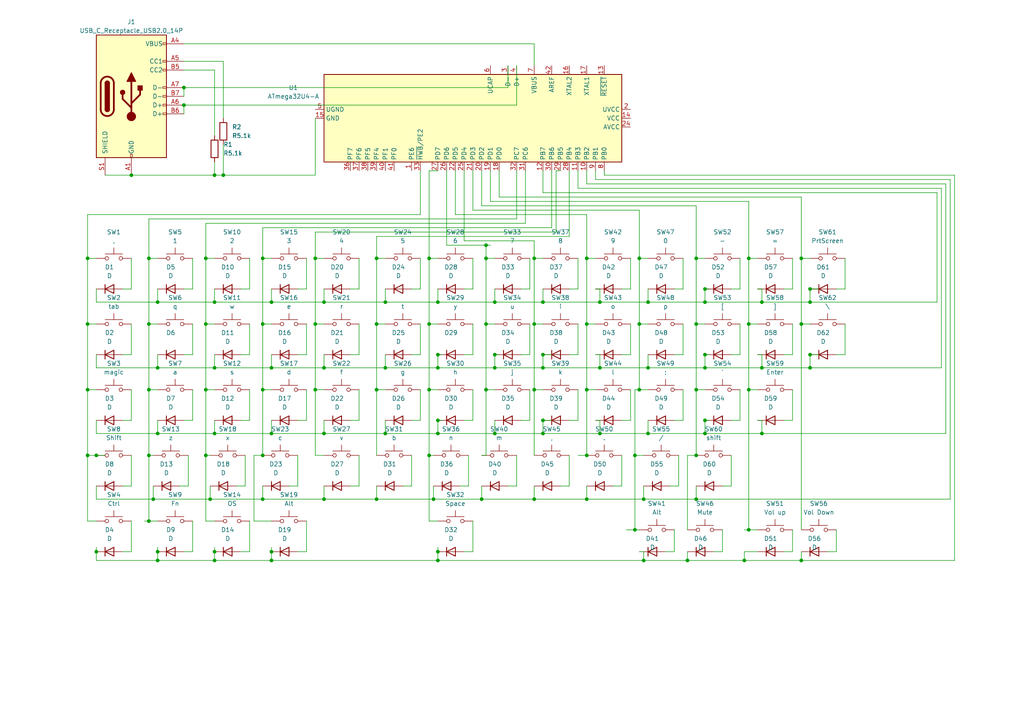
<source format=kicad_sch>
(kicad_sch (version 20231120) (generator "eeschema") (generator_version "8.0")
  (paper "A4")
  (junction (at 43.18 74.93))
  (junction (at 140.97 71.12))
  (junction (at 173.99 125.73))
  (junction (at 154.94 74.93))
  (junction (at 170.18 74.93))
  (junction (at 127 87.63))
  (junction (at 25.4 74.93))
  (junction (at 111.76 87.63))
  (junction (at 60.96 144.78))
  (junction (at 27.94 160.02))
  (junction (at 184.15 153.67))
  (junction (at 109.22 74.93))
  (junction (at 157.48 102.87))
  (junction (at 232.41 93.98))
  (junction (at 62.23 125.73))
  (junction (at 124.46 93.98))
  (junction (at 78.74 125.73))
  (junction (at 43.18 93.98))
  (junction (at 78.74 162.56))
  (junction (at 111.76 125.73))
  (junction (at 127 102.87))
  (junction (at 234.95 102.87))
  (junction (at 127 106.68))
  (junction (at 62.23 50.8))
  (junction (at 43.18 151.13))
  (junction (at 170.18 132.08))
  (junction (at 201.93 93.98))
  (junction (at 154.94 113.03))
  (junction (at 124.46 132.08))
  (junction (at 143.51 106.68))
  (junction (at 217.17 153.67))
  (junction (at 187.96 87.63))
  (junction (at 232.41 162.56))
  (junction (at 25.4 113.03))
  (junction (at 215.9 162.56))
  (junction (at 217.17 113.03))
  (junction (at 62.23 106.68))
  (junction (at 78.74 87.63))
  (junction (at 25.4 132.08))
  (junction (at 93.98 125.73))
  (junction (at 170.18 113.03))
  (junction (at 204.47 121.92))
  (junction (at 217.17 74.93))
  (junction (at 45.72 87.63))
  (junction (at 140.97 113.03))
  (junction (at 91.44 113.03))
  (junction (at 187.96 106.68))
  (junction (at 59.69 93.98))
  (junction (at 232.41 74.93))
  (junction (at 220.98 106.68))
  (junction (at 154.94 144.78))
  (junction (at 109.22 113.03))
  (junction (at 140.97 93.98))
  (junction (at 201.93 144.78))
  (junction (at 78.74 160.02))
  (junction (at 184.15 132.08))
  (junction (at 45.72 160.02))
  (junction (at 143.51 102.87))
  (junction (at 204.47 125.73))
  (junction (at 45.72 125.73))
  (junction (at 187.96 125.73))
  (junction (at 220.98 125.73))
  (junction (at 44.45 144.78))
  (junction (at 234.95 83.82))
  (junction (at 217.17 93.98))
  (junction (at 199.39 162.56))
  (junction (at 62.23 160.02))
  (junction (at 53.34 25.4))
  (junction (at 93.98 144.78))
  (junction (at 59.69 132.08))
  (junction (at 127 160.02))
  (junction (at 76.2 144.78))
  (junction (at 140.97 74.93))
  (junction (at 93.98 106.68))
  (junction (at 157.48 125.73))
  (junction (at 125.73 144.78))
  (junction (at 38.1 50.8))
  (junction (at 234.95 87.63))
  (junction (at 220.98 87.63))
  (junction (at 204.47 83.82))
  (junction (at 124.46 113.03))
  (junction (at 127 121.92))
  (junction (at 170.18 93.98))
  (junction (at 139.7 144.78))
  (junction (at 124.46 74.93))
  (junction (at 76.2 132.08))
  (junction (at 201.93 74.93))
  (junction (at 170.18 144.78))
  (junction (at 76.2 74.93))
  (junction (at 76.2 93.98))
  (junction (at 93.98 87.63))
  (junction (at 25.4 93.98))
  (junction (at 91.44 93.98))
  (junction (at 43.18 132.08))
  (junction (at 62.23 162.56))
  (junction (at 64.77 50.8))
  (junction (at 62.23 87.63))
  (junction (at 143.51 87.63))
  (junction (at 157.48 121.92))
  (junction (at 78.74 106.68))
  (junction (at 173.99 87.63))
  (junction (at 157.48 87.63))
  (junction (at 143.51 125.73))
  (junction (at 154.94 93.98))
  (junction (at 201.93 113.03))
  (junction (at 53.34 30.48))
  (junction (at 204.47 106.68))
  (junction (at 204.47 87.63))
  (junction (at 76.2 113.03))
  (junction (at 234.95 106.68))
  (junction (at 185.42 113.03))
  (junction (at 45.72 106.68))
  (junction (at 109.22 144.78))
  (junction (at 201.93 132.08))
  (junction (at 157.48 106.68))
  (junction (at 127 125.73))
  (junction (at 43.18 113.03))
  (junction (at 204.47 102.87))
  (junction (at 45.72 162.56))
  (junction (at 185.42 74.93))
  (junction (at 111.76 106.68))
  (junction (at 186.69 162.56))
  (junction (at 186.69 144.78))
  (junction (at 59.69 113.03))
  (junction (at 59.69 74.93))
  (junction (at 185.42 93.98))
  (junction (at 127 162.56))
  (junction (at 91.44 74.93))
  (junction (at 27.94 132.08))
  (junction (at 173.99 106.68))
  (junction (at 109.22 93.98))
  (wire (pts (xy 72.39 151.13) (xy 72.39 160.02)))
  (wire (pts (xy 35.56 83.82) (xy 38.1 83.82)))
  (wire (pts (xy 72.39 113.03) (xy 72.39 121.92)))
  (wire (pts (xy 187.96 87.63) (xy 173.99 87.63)))
  (wire (pts (xy 204.47 83.82) (xy 204.47 87.63)))
  (wire (pts (xy 119.38 132.08) (xy 119.38 140.97)))
  (wire (pts (xy 180.34 83.82) (xy 182.88 83.82)))
  (wire (pts (xy 173.99 102.87) (xy 173.99 106.68)))
  (wire (pts (xy 181.61 153.67) (xy 184.15 153.67)))
  (wire (pts (xy 219.71 121.92) (xy 220.98 121.92)))
  (wire (pts (xy 25.4 93.98) (xy 27.94 93.98)))
  (wire (pts (xy 157.48 102.87) (xy 160.02 102.87)))
  (wire (pts (xy 93.98 74.93) (xy 91.44 74.93)))
  (wire (pts (xy 204.47 74.93) (xy 201.93 74.93)))
  (wire (pts (xy 167.64 132.08) (xy 170.18 132.08)))
  (wire (pts (xy 152.4 49.53) (xy 152.4 64.77)))
  (wire (pts (xy 64.77 41.91) (xy 64.77 50.8)))
  (wire (pts (xy 140.97 113.03) (xy 140.97 132.08)))
  (wire (pts (xy 76.2 140.97) (xy 76.2 144.78)))
  (wire (pts (xy 153.67 93.98) (xy 153.67 102.87)))
  (wire (pts (xy 204.47 125.73) (xy 187.96 125.73)))
  (wire (pts (xy 45.72 106.68) (xy 27.94 106.68)))
  (wire (pts (xy 104.14 113.03) (xy 104.14 121.92)))
  (wire (pts (xy 220.98 106.68) (xy 204.47 106.68)))
  (wire (pts (xy 127 160.02) (xy 127 162.56)))
  (wire (pts (xy 60.96 140.97) (xy 60.96 144.78)))
  (wire (pts (xy 53.34 30.48) (xy 53.34 33.02)))
  (wire (pts (xy 44.45 144.78) (xy 60.96 144.78)))
  (wire (pts (xy 76.2 113.03) (xy 76.2 132.08)))
  (wire (pts (xy 59.69 93.98) (xy 59.69 113.03)))
  (wire (pts (xy 137.16 49.53) (xy 137.16 60.96)))
  (wire (pts (xy 186.69 140.97) (xy 186.69 144.78)))
  (wire (pts (xy 234.95 102.87) (xy 237.49 102.87)))
  (wire (pts (xy 111.76 125.73) (xy 93.98 125.73)))
  (wire (pts (xy 186.69 144.78) (xy 201.93 144.78)))
  (wire (pts (xy 35.56 160.02) (xy 38.1 160.02)))
  (wire (pts (xy 234.95 106.68) (xy 220.98 106.68)))
  (wire (pts (xy 27.94 106.68) (xy 27.94 102.87)))
  (wire (pts (xy 35.56 121.92) (xy 38.1 121.92)))
  (wire (pts (xy 232.41 93.98) (xy 232.41 153.67)))
  (wire (pts (xy 229.87 160.02) (xy 227.33 160.02)))
  (wire (pts (xy 209.55 153.67) (xy 209.55 160.02)))
  (wire (pts (xy 172.72 74.93) (xy 170.18 74.93)))
  (wire (pts (xy 62.23 87.63) (xy 45.72 87.63)))
  (wire (pts (xy 219.71 83.82) (xy 220.98 83.82)))
  (wire (pts (xy 220.98 87.63) (xy 204.47 87.63)))
  (wire (pts (xy 162.56 140.97) (xy 165.1 140.97)))
  (wire (pts (xy 182.88 113.03) (xy 182.88 121.92)))
  (wire (pts (xy 132.08 62.23) (xy 132.08 49.53)))
  (wire (pts (xy 53.34 25.4) (xy 53.34 27.94)))
  (wire (pts (xy 38.1 132.08) (xy 38.1 140.97)))
  (wire (pts (xy 83.82 140.97) (xy 86.36 140.97)))
  (wire (pts (xy 209.55 140.97) (xy 212.09 140.97)))
  (wire (pts (xy 140.97 74.93) (xy 140.97 71.12)))
  (wire (pts (xy 68.58 140.97) (xy 71.12 140.97)))
  (wire (pts (xy 153.67 113.03) (xy 153.67 121.92)))
  (wire (pts (xy 137.16 93.98) (xy 137.16 102.87)))
  (wire (pts (xy 109.22 93.98) (xy 111.76 93.98)))
  (wire (pts (xy 35.56 102.87) (xy 38.1 102.87)))
  (wire (pts (xy 25.4 93.98) (xy 25.4 113.03)))
  (wire (pts (xy 101.6 102.87) (xy 104.14 102.87)))
  (wire (pts (xy 242.57 83.82) (xy 245.11 83.82)))
  (wire (pts (xy 124.46 132.08) (xy 124.46 151.13)))
  (wire (pts (xy 165.1 83.82) (xy 167.64 83.82)))
  (wire (pts (xy 157.48 102.87) (xy 157.48 106.68)))
  (wire (pts (xy 201.93 132.08) (xy 199.39 132.08)))
  (wire (pts (xy 201.93 93.98) (xy 201.93 113.03)))
  (wire (pts (xy 55.88 74.93) (xy 55.88 83.82)))
  (wire (pts (xy 53.34 30.48) (xy 149.86 30.48)))
  (wire (pts (xy 271.78 55.88) (xy 157.48 55.88)))
  (wire (pts (xy 59.69 93.98) (xy 62.23 93.98)))
  (wire (pts (xy 142.24 49.53) (xy 142.24 58.42)))
  (wire (pts (xy 30.48 132.08) (xy 27.94 132.08)))
  (wire (pts (xy 185.42 60.96) (xy 185.42 74.93)))
  (wire (pts (xy 173.99 125.73) (xy 157.48 125.73)))
  (wire (pts (xy 38.1 74.93) (xy 38.1 83.82)))
  (wire (pts (xy 45.72 125.73) (xy 62.23 125.73)))
  (wire (pts (xy 139.7 144.78) (xy 154.94 144.78)))
  (wire (pts (xy 45.72 158.75) (xy 45.72 160.02)))
  (wire (pts (xy 185.42 74.93) (xy 185.42 93.98)))
  (wire (pts (xy 78.74 87.63) (xy 62.23 87.63)))
  (wire (pts (xy 59.69 132.08) (xy 60.96 132.08)))
  (wire (pts (xy 185.42 93.98) (xy 187.96 93.98)))
  (wire (pts (xy 127 102.87) (xy 128.27 102.87)))
  (wire (pts (xy 30.48 50.8) (xy 38.1 50.8)))
  (wire (pts (xy 111.76 87.63) (xy 93.98 87.63)))
  (wire (pts (xy 165.1 49.53) (xy 165.1 68.58)))
  (wire (pts (xy 124.46 93.98) (xy 124.46 113.03)))
  (wire (pts (xy 161.29 49.53) (xy 162.56 49.53)))
  (wire (pts (xy 45.72 102.87) (xy 45.72 106.68)))
  (wire (pts (xy 214.63 93.98) (xy 214.63 102.87)))
  (wire (pts (xy 242.57 102.87) (xy 245.11 102.87)))
  (wire (pts (xy 59.69 113.03) (xy 62.23 113.03)))
  (wire (pts (xy 116.84 140.97) (xy 119.38 140.97)))
  (wire (pts (xy 76.2 93.98) (xy 76.2 113.03)))
  (wire (pts (xy 53.34 17.78) (xy 64.77 17.78)))
  (wire (pts (xy 101.6 121.92) (xy 104.14 121.92)))
  (wire (pts (xy 229.87 113.03) (xy 229.87 121.92)))
  (wire (pts (xy 170.18 144.78) (xy 186.69 144.78)))
  (wire (pts (xy 219.71 102.87) (xy 220.98 102.87)))
  (wire (pts (xy 69.85 121.92) (xy 72.39 121.92)))
  (wire (pts (xy 139.7 49.53) (xy 139.7 59.69)))
  (wire (pts (xy 55.88 151.13) (xy 55.88 160.02)))
  (wire (pts (xy 140.97 71.12) (xy 142.24 71.12)))
  (wire (pts (xy 204.47 106.68) (xy 187.96 106.68)))
  (wire (pts (xy 62.23 106.68) (xy 45.72 106.68)))
  (wire (pts (xy 201.93 93.98) (xy 204.47 93.98)))
  (wire (pts (xy 177.8 140.97) (xy 180.34 140.97)))
  (wire (pts (xy 78.74 74.93) (xy 76.2 74.93)))
  (wire (pts (xy 153.67 74.93) (xy 153.67 83.82)))
  (wire (pts (xy 157.48 55.88) (xy 157.48 49.53)))
  (wire (pts (xy 173.99 87.63) (xy 157.48 87.63)))
  (wire (pts (xy 86.36 121.92) (xy 88.9 121.92)))
  (wire (pts (xy 143.51 102.87) (xy 143.51 106.68)))
  (wire (pts (xy 198.12 113.03) (xy 198.12 121.92)))
  (wire (pts (xy 43.18 63.5) (xy 43.18 74.93)))
  (wire (pts (xy 167.64 49.53) (xy 167.64 54.61)))
  (wire (pts (xy 217.17 93.98) (xy 217.17 113.03)))
  (wire (pts (xy 165.1 132.08) (xy 165.1 140.97)))
  (wire (pts (xy 165.1 102.87) (xy 167.64 102.87)))
  (wire (pts (xy 91.44 74.93) (xy 91.44 67.31)))
  (wire (pts (xy 204.47 121.92) (xy 205.74 121.92)))
  (wire (pts (xy 91.44 67.31) (xy 161.29 67.31)))
  (wire (pts (xy 212.09 121.92) (xy 214.63 121.92)))
  (wire (pts (xy 25.4 151.13) (xy 27.94 151.13)))
  (wire (pts (xy 151.13 102.87) (xy 153.67 102.87)))
  (wire (pts (xy 109.22 68.58) (xy 165.1 68.58)))
  (wire (pts (xy 204.47 83.82) (xy 205.74 83.82)))
  (wire (pts (xy 153.67 121.92) (xy 151.13 121.92)))
  (wire (pts (xy 187.96 106.68) (xy 173.99 106.68)))
  (wire (pts (xy 201.93 74.93) (xy 201.93 93.98)))
  (wire (pts (xy 170.18 62.23) (xy 170.18 74.93)))
  (wire (pts (xy 220.98 102.87) (xy 220.98 106.68)))
  (wire (pts (xy 198.12 93.98) (xy 198.12 102.87)))
  (wire (pts (xy 170.18 93.98) (xy 172.72 93.98)))
  (wire (pts (xy 143.51 121.92) (xy 143.51 125.73)))
  (wire (pts (xy 62.23 162.56) (xy 45.72 162.56)))
  (wire (pts (xy 121.92 62.23) (xy 25.4 62.23)))
  (wire (pts (xy 45.72 121.92) (xy 45.72 125.73)))
  (wire (pts (xy 172.72 49.53) (xy 172.72 52.07)))
  (wire (pts (xy 86.36 132.08) (xy 86.36 140.97)))
  (wire (pts (xy 121.92 113.03) (xy 121.92 121.92)))
  (wire (pts (xy 187.96 102.87) (xy 187.96 106.68)))
  (wire (pts (xy 232.41 162.56) (xy 276.86 162.56)))
  (wire (pts (xy 217.17 153.67) (xy 217.17 113.03)))
  (wire (pts (xy 137.16 60.96) (xy 185.42 60.96)))
  (wire (pts (xy 104.14 74.93) (xy 104.14 83.82)))
  (wire (pts (xy 217.17 74.93) (xy 217.17 93.98)))
  (wire (pts (xy 140.97 113.03) (xy 143.51 113.03)))
  (wire (pts (xy 111.76 106.68) (xy 93.98 106.68)))
  (wire (pts (xy 38.1 50.8) (xy 62.23 50.8)))
  (wire (pts (xy 134.62 69.85) (xy 134.62 49.53)))
  (wire (pts (xy 43.18 113.03) (xy 43.18 132.08)))
  (wire (pts (xy 59.69 151.13) (xy 59.69 132.08)))
  (wire (pts (xy 44.45 144.78) (xy 27.94 144.78)))
  (wire (pts (xy 170.18 53.34) (xy 170.18 49.53)))
  (wire (pts (xy 157.48 83.82) (xy 157.48 87.63)))
  (wire (pts (xy 229.87 93.98) (xy 229.87 102.87)))
  (wire (pts (xy 125.73 144.78) (xy 139.7 144.78)))
  (wire (pts (xy 143.51 102.87) (xy 144.78 102.87)))
  (wire (pts (xy 204.47 121.92) (xy 204.47 125.73)))
  (wire (pts (xy 214.63 113.03) (xy 214.63 121.92)))
  (wire (pts (xy 195.58 121.92) (xy 198.12 121.92)))
  (wire (pts (xy 234.95 74.93) (xy 232.41 74.93)))
  (wire (pts (xy 143.51 106.68) (xy 127 106.68)))
  (wire (pts (xy 219.71 74.93) (xy 217.17 74.93)))
  (wire (pts (xy 93.98 87.63) (xy 78.74 87.63)))
  (wire (pts (xy 234.95 83.82) (xy 234.95 87.63)))
  (wire (pts (xy 76.2 93.98) (xy 78.74 93.98)))
  (wire (pts (xy 167.64 54.61) (xy 273.05 54.61)))
  (wire (pts (xy 229.87 74.93) (xy 229.87 83.82)))
  (wire (pts (xy 111.76 102.87) (xy 111.76 106.68)))
  (wire (pts (xy 172.72 121.92) (xy 173.99 121.92)))
  (wire (pts (xy 196.85 132.08) (xy 196.85 140.97)))
  (wire (pts (xy 93.98 144.78) (xy 109.22 144.78)))
  (wire (pts (xy 78.74 102.87) (xy 78.74 106.68)))
  (wire (pts (xy 187.96 74.93) (xy 185.42 74.93)))
  (wire (pts (xy 76.2 74.93) (xy 76.2 93.98)))
  (wire (pts (xy 93.98 106.68) (xy 78.74 106.68)))
  (wire (pts (xy 127 83.82) (xy 127 87.63)))
  (wire (pts (xy 154.94 144.78) (xy 170.18 144.78)))
  (wire (pts (xy 167.64 93.98) (xy 167.64 102.87)))
  (wire (pts (xy 124.46 49.53) (xy 124.46 74.93)))
  (wire (pts (xy 45.72 162.56) (xy 27.94 162.56)))
  (wire (pts (xy 271.78 55.88) (xy 271.78 87.63)))
  (wire (pts (xy 53.34 102.87) (xy 55.88 102.87)))
  (wire (pts (xy 180.34 132.08) (xy 180.34 140.97)))
  (wire (pts (xy 27.94 74.93) (xy 25.4 74.93)))
  (wire (pts (xy 137.16 74.93) (xy 137.16 83.82)))
  (wire (pts (xy 125.73 140.97) (xy 125.73 144.78)))
  (wire (pts (xy 220.98 125.73) (xy 274.32 125.73)))
  (wire (pts (xy 101.6 83.82) (xy 104.14 83.82)))
  (wire (pts (xy 167.64 74.93) (xy 167.64 83.82)))
  (wire (pts (xy 62.23 50.8) (xy 64.77 50.8)))
  (wire (pts (xy 78.74 121.92) (xy 78.74 125.73)))
  (wire (pts (xy 43.18 93.98) (xy 45.72 93.98)))
  (wire (pts (xy 275.59 52.07) (xy 275.59 144.78)))
  (wire (pts (xy 220.98 121.92) (xy 220.98 125.73)))
  (wire (pts (xy 27.94 125.73) (xy 45.72 125.73)))
  (wire (pts (xy 195.58 153.67) (xy 195.58 160.02)))
  (wire (pts (xy 91.44 132.08) (xy 93.98 132.08)))
  (wire (pts (xy 72.39 93.98) (xy 72.39 102.87)))
  (wire (pts (xy 139.7 59.69) (xy 201.93 59.69)))
  (wire (pts (xy 127 162.56) (xy 186.69 162.56)))
  (wire (pts (xy 234.95 83.82) (xy 237.49 83.82)))
  (wire (pts (xy 78.74 106.68) (xy 62.23 106.68)))
  (wire (pts (xy 91.44 74.93) (xy 91.44 93.98)))
  (wire (pts (xy 154.94 12.7) (xy 154.94 19.05)))
  (wire (pts (xy 212.09 132.08) (xy 212.09 140.97)))
  (wire (pts (xy 64.77 17.78) (xy 64.77 34.29)))
  (wire (pts (xy 119.38 121.92) (xy 121.92 121.92)))
  (wire (pts (xy 62.23 160.02) (xy 62.23 162.56)))
  (wire (pts (xy 182.88 74.93) (xy 182.88 83.82)))
  (wire (pts (xy 140.97 93.98) (xy 143.51 93.98)))
  (wire (pts (xy 214.63 74.93) (xy 214.63 83.82)))
  (wire (pts (xy 27.94 162.56) (xy 27.94 160.02)))
  (wire (pts (xy 54.61 132.08) (xy 54.61 140.97)))
  (wire (pts (xy 53.34 121.92) (xy 55.88 121.92)))
  (wire (pts (xy 220.98 125.73) (xy 204.47 125.73)))
  (wire (pts (xy 124.46 74.93) (xy 124.46 93.98)))
  (wire (pts (xy 101.6 140.97) (xy 104.14 140.97)))
  (wire (pts (xy 72.39 74.93) (xy 72.39 83.82)))
  (wire (pts (xy 276.86 50.8) (xy 175.26 50.8)))
  (wire (pts (xy 232.41 57.15) (xy 144.78 57.15)))
  (wire (pts (xy 111.76 74.93) (xy 109.22 74.93)))
  (wire (pts (xy 151.13 83.82) (xy 153.67 83.82)))
  (wire (pts (xy 186.69 162.56) (xy 186.69 160.02)))
  (wire (pts (xy 198.12 74.93) (xy 198.12 83.82)))
  (wire (pts (xy 52.07 140.97) (xy 54.61 140.97)))
  (wire (pts (xy 154.94 140.97) (xy 154.94 144.78)))
  (wire (pts (xy 43.18 113.03) (xy 45.72 113.03)))
  (wire (pts (xy 111.76 83.82) (xy 111.76 87.63)))
  (wire (pts (xy 109.22 93.98) (xy 109.22 113.03)))
  (wire (pts (xy 45.72 83.82) (xy 45.72 87.63)))
  (wire (pts (xy 234.95 87.63) (xy 220.98 87.63)))
  (wire (pts (xy 127 102.87) (xy 127 106.68)))
  (wire (pts (xy 78.74 83.82) (xy 78.74 87.63)))
  (wire (pts (xy 78.74 162.56) (xy 62.23 162.56)))
  (wire (pts (xy 149.86 30.48) (xy 149.86 19.05)))
  (wire (pts (xy 93.98 83.82) (xy 93.98 87.63)))
  (wire (pts (xy 109.22 144.78) (xy 125.73 144.78)))
  (wire (pts (xy 111.76 125.73) (xy 127 125.73)))
  (wire (pts (xy 199.39 132.08) (xy 199.39 153.67)))
  (wire (pts (xy 62.23 46.99) (xy 62.23 50.8)))
  (wire (pts (xy 134.62 83.82) (xy 137.16 83.82)))
  (wire (pts (xy 86.36 102.87) (xy 88.9 102.87)))
  (wire (pts (xy 121.92 49.53) (xy 121.92 62.23)))
  (wire (pts (xy 245.11 74.93) (xy 245.11 83.82)))
  (wire (pts (xy 139.7 140.97) (xy 139.7 144.78)))
  (wire (pts (xy 143.51 83.82) (xy 143.51 87.63)))
  (wire (pts (xy 124.46 93.98) (xy 127 93.98)))
  (wire (pts (xy 199.39 160.02) (xy 199.39 162.56)))
  (wire (pts (xy 127 74.93) (xy 124.46 74.93)))
  (wire (pts (xy 111.76 121.92) (xy 111.76 125.73)))
  (wire (pts (xy 172.72 102.87) (xy 173.99 102.87)))
  (wire (pts (xy 25.4 132.08) (xy 27.94 132.08)))
  (wire (pts (xy 59.69 74.93) (xy 59.69 93.98)))
  (wire (pts (xy 215.9 160.02) (xy 219.71 160.02)))
  (wire (pts (xy 91.44 113.03) (xy 91.44 132.08)))
  (wire (pts (xy 93.98 121.92) (xy 93.98 125.73)))
  (wire (pts (xy 232.41 93.98) (xy 234.95 93.98)))
  (wire (pts (xy 201.93 113.03) (xy 201.93 132.08)))
  (wire (pts (xy 53.34 83.82) (xy 55.88 83.82)))
  (wire (pts (xy 157.48 74.93) (xy 154.94 74.93)))
  (wire (pts (xy 242.57 160.02) (xy 240.03 160.02)))
  (wire (pts (xy 109.22 113.03) (xy 109.22 132.08)))
  (wire (pts (xy 78.74 158.75) (xy 78.74 160.02)))
  (wire (pts (xy 195.58 83.82) (xy 198.12 83.82)))
  (wire (pts (xy 157.48 121.92) (xy 160.02 121.92)))
  (wire (pts (xy 129.54 71.12) (xy 140.97 71.12)))
  (wire (pts (xy 69.85 160.02) (xy 72.39 160.02)))
  (wire (pts (xy 140.97 132.08) (xy 139.7 132.08)))
  (wire (pts (xy 43.18 151.13) (xy 45.72 151.13)))
  (wire (pts (xy 35.56 140.97) (xy 38.1 140.97)))
  (wire (pts (xy 217.17 58.42) (xy 217.17 74.93)))
  (wire (pts (xy 154.94 69.85) (xy 134.62 69.85)))
  (wire (pts (xy 165.1 121.92) (xy 167.64 121.92)))
  (wire (pts (xy 245.11 93.98) (xy 245.11 102.87)))
  (wire (pts (xy 157.48 121.92) (xy 157.48 125.73)))
  (wire (pts (xy 59.69 64.77) (xy 152.4 64.77)))
  (wire (pts (xy 43.18 132.08) (xy 44.45 132.08)))
  (wire (pts (xy 127 87.63) (xy 111.76 87.63)))
  (wire (pts (xy 217.17 113.03) (xy 219.71 113.03)))
  (wire (pts (xy 69.85 83.82) (xy 72.39 83.82)))
  (wire (pts (xy 53.34 160.02) (xy 55.88 160.02)))
  (wire (pts (xy 173.99 106.68) (xy 157.48 106.68)))
  (wire (pts (xy 154.94 93.98) (xy 154.94 113.03)))
  (wire (pts (xy 88.9 151.13) (xy 88.9 160.02)))
  (wire (pts (xy 234.95 106.68) (xy 273.05 106.68)))
  (wire (pts (xy 55.88 93.98) (xy 55.88 102.87)))
  (wire (pts (xy 149.86 132.08) (xy 149.86 140.97)))
  (wire (pts (xy 59.69 113.03) (xy 59.69 132.08)))
  (wire (pts (xy 121.92 74.93) (xy 121.92 83.82)))
  (wire (pts (xy 180.34 102.87) (xy 182.88 102.87)))
  (wire (pts (xy 232.41 57.15) (xy 232.41 74.93)))
  (wire (pts (xy 76.2 113.03) (xy 78.74 113.03)))
  (wire (pts (xy 201.93 59.69) (xy 201.93 74.93)))
  (wire (pts (xy 43.18 132.08) (xy 43.18 151.13)))
  (wire (pts (xy 62.23 121.92) (xy 62.23 125.73)))
  (wire (pts (xy 195.58 160.02) (xy 193.04 160.02)))
  (wire (pts (xy 227.33 83.82) (xy 229.87 83.82)))
  (wire (pts (xy 127 106.68) (xy 111.76 106.68)))
  (wire (pts (xy 215.9 162.56) (xy 232.41 162.56)))
  (wire (pts (xy 217.17 93.98) (xy 219.71 93.98)))
  (wire (pts (xy 173.99 121.92) (xy 173.99 125.73)))
  (wire (pts (xy 161.29 67.31) (xy 161.29 49.53)))
  (wire (pts (xy 199.39 162.56) (xy 215.9 162.56)))
  (wire (pts (xy 134.62 102.87) (xy 137.16 102.87)))
  (wire (pts (xy 242.57 153.67) (xy 242.57 160.02)))
  (wire (pts (xy 170.18 140.97) (xy 170.18 144.78)))
  (wire (pts (xy 64.77 50.8) (xy 91.44 50.8)))
  (wire (pts (xy 217.17 153.67) (xy 219.71 153.67)))
  (wire (pts (xy 142.24 58.42) (xy 217.17 58.42)))
  (wire (pts (xy 184.15 132.08) (xy 184.15 113.03)))
  (wire (pts (xy 109.22 140.97) (xy 109.22 144.78)))
  (wire (pts (xy 204.47 102.87) (xy 204.47 106.68)))
  (wire (pts (xy 53.34 12.7) (xy 154.94 12.7)))
  (wire (pts (xy 38.1 151.13) (xy 38.1 160.02)))
  (wire (pts (xy 170.18 74.93) (xy 170.18 93.98)))
  (wire (pts (xy 144.78 57.15) (xy 144.78 49.53)))
  (wire (pts (xy 91.44 93.98) (xy 93.98 93.98)))
  (wire (pts (xy 154.94 74.93) (xy 154.94 93.98)))
  (wire (pts (xy 43.18 93.98) (xy 43.18 113.03)))
  (wire (pts (xy 38.1 93.98) (xy 38.1 102.87)))
  (wire (pts (xy 137.16 113.03) (xy 137.16 121.92)))
  (wire (pts (xy 170.18 113.03) (xy 170.18 132.08)))
  (wire (pts (xy 76.2 132.08) (xy 73.66 132.08)))
  (wire (pts (xy 76.2 66.04) (xy 160.02 66.04)))
  (wire (pts (xy 215.9 153.67) (xy 217.17 153.67)))
  (wire (pts (xy 93.98 102.87) (xy 93.98 106.68)))
  (wire (pts (xy 45.72 160.02) (xy 45.72 162.56)))
  (wire (pts (xy 109.22 68.58) (xy 109.22 74.93)))
  (wire (pts (xy 55.88 113.03) (xy 55.88 121.92)))
  (wire (pts (xy 91.44 34.29) (xy 91.44 50.8)))
  (wire (pts (xy 137.16 121.92) (xy 134.62 121.92)))
  (wire (pts (xy 229.87 153.67) (xy 229.87 160.02)))
  (wire (pts (xy 149.86 49.53) (xy 149.86 63.5)))
  (wire (pts (xy 86.36 160.02) (xy 88.9 160.02)))
  (wire (pts (xy 201.93 113.03) (xy 204.47 113.03)))
  (wire (pts (xy 140.97 74.93) (xy 140.97 93.98)))
  (wire (pts (xy 186.69 160.02) (xy 185.42 160.02)))
  (wire (pts (xy 60.96 144.78) (xy 76.2 144.78)))
  (wire (pts (xy 104.14 93.98) (xy 104.14 102.87)))
  (wire (pts (xy 147.32 25.4) (xy 147.32 19.05)))
  (wire (pts (xy 195.58 102.87) (xy 198.12 102.87)))
  (wire (pts (xy 187.96 83.82) (xy 187.96 87.63)))
  (wire (pts (xy 109.22 74.93) (xy 109.22 93.98)))
  (wire (pts (xy 41.91 151.13) (xy 43.18 151.13)))
  (wire (pts (xy 69.85 102.87) (xy 72.39 102.87)))
  (wire (pts (xy 86.36 83.82) (xy 88.9 83.82)))
  (wire (pts (xy 274.32 53.34) (xy 170.18 53.34)))
  (wire (pts (xy 273.05 54.61) (xy 273.05 106.68)))
  (wire (pts (xy 143.51 74.93) (xy 140.97 74.93)))
  (wire (pts (xy 182.88 93.98) (xy 182.88 102.87)))
  (wire (pts (xy 212.09 102.87) (xy 214.63 102.87)))
  (wire (pts (xy 129.54 71.12) (xy 129.54 49.53)))
  (wire (pts (xy 143.51 125.73) (xy 127 125.73)))
  (wire (pts (xy 170.18 113.03) (xy 172.72 113.03)))
  (wire (pts (xy 157.48 106.68) (xy 143.51 106.68)))
  (wire (pts (xy 78.74 160.02) (xy 78.74 162.56)))
  (wire (pts (xy 44.45 140.97) (xy 44.45 144.78)))
  (wire (pts (xy 170.18 93.98) (xy 170.18 113.03)))
  (wire (pts (xy 157.48 87.63) (xy 143.51 87.63)))
  (wire (pts (xy 154.94 113.03) (xy 154.94 132.08)))
  (wire (pts (xy 185.42 93.98) (xy 185.42 113.03)))
  (wire (pts (xy 201.93 144.78) (xy 275.59 144.78)))
  (wire (pts (xy 91.44 93.98) (xy 91.44 113.03)))
  (wire (pts (xy 172.72 83.82) (xy 173.99 83.82)))
  (wire (pts (xy 184.15 132.08) (xy 184.15 153.67)))
  (wire (pts (xy 62.23 158.75) (xy 62.23 160.02)))
  (wire (pts (xy 73.66 132.08) (xy 73.66 151.13)))
  (wire (pts (xy 62.23 83.82) (xy 62.23 87.63)))
  (wire (pts (xy 234.95 102.87) (xy 234.95 106.68)))
  (wire (pts (xy 220.98 83.82) (xy 220.98 87.63)))
  (wire (pts (xy 227.33 102.87) (xy 229.87 102.87)))
  (wire (pts (xy 53.34 25.4) (xy 147.32 25.4)))
  (wire (pts (xy 25.4 132.08) (xy 25.4 151.13)))
  (wire (pts (xy 27.94 160.02) (xy 27.94 158.75)))
  (wire (pts (xy 184.15 132.08) (xy 186.69 132.08)))
  (wire (pts (xy 62.23 74.93) (xy 59.69 74.93)))
  (wire (pts (xy 194.31 140.97) (xy 196.85 140.97)))
  (wire (pts (xy 154.94 113.03) (xy 157.48 113.03)))
  (wire (pts (xy 187.96 121.92) (xy 187.96 125.73)))
  (wire (pts (xy 160.02 49.53) (xy 160.02 66.04)))
  (wire (pts (xy 119.38 102.87) (xy 121.92 102.87)))
  (wire (pts (xy 38.1 113.03) (xy 38.1 121.92)))
  (wire (pts (xy 143.51 87.63) (xy 127 87.63)))
  (wire (pts (xy 167.64 113.03) (xy 167.64 121.92)))
  (wire (pts (xy 88.9 93.98) (xy 88.9 102.87)))
  (wire (pts (xy 212.09 83.82) (xy 214.63 83.82)))
  (wire (pts (xy 104.14 132.08) (xy 104.14 140.97)))
  (wire (pts (xy 76.2 74.93) (xy 76.2 66.04)))
  (wire (pts (xy 27.94 87.63) (xy 27.94 83.82)))
  (wire (pts (xy 109.22 113.03) (xy 111.76 113.03)))
  (wire (pts (xy 27.94 125.73) (xy 27.94 121.92)))
  (wire (pts (xy 78.74 162.56) (xy 127 162.56)))
  (wire (pts (xy 147.32 140.97) (xy 149.86 140.97)))
  (wire (pts (xy 93.98 125.73) (xy 78.74 125.73)))
  (wire (pts (xy 184.15 153.67) (xy 185.42 153.67)))
  (wire (pts (xy 78.74 125.73) (xy 62.23 125.73)))
  (wire (pts (xy 73.66 151.13) (xy 78.74 151.13)))
  (wire (pts (xy 25.4 113.03) (xy 27.94 113.03)))
  (wire (pts (xy 45.72 87.63) (xy 27.94 87.63)))
  (wire (pts (xy 119.38 83.82) (xy 121.92 83.82)))
  (wire (pts (xy 135.89 132.08) (xy 135.89 140.97)))
  (wire (pts (xy 43.18 63.5) (xy 149.86 63.5)))
  (wire (pts (xy 175.26 50.8) (xy 175.26 49.53)))
  (wire (pts (xy 157.48 125.73) (xy 143.51 125.73)))
  (wire (pts (xy 88.9 113.03) (xy 88.9 121.92)))
  (wire (pts (xy 62.23 151.13) (xy 59.69 151.13)))
  (wire (pts (xy 170.18 62.23) (xy 132.08 62.23)))
  (wire (pts (xy 232.41 74.93) (xy 232.41 93.98)))
  (wire (pts (xy 276.86 50.8) (xy 276.86 162.56)))
  (wire (pts (xy 124.46 113.03) (xy 124.46 132.08)))
  (wire (pts (xy 25.4 74.93) (xy 25.4 93.98)))
  (wire (pts (xy 140.97 93.98) (xy 140.97 113.03)))
  (wire (pts (xy 124.46 113.03) (xy 127 113.03)))
  (wire (pts (xy 25.4 62.23) (xy 25.4 74.93)))
  (wire (pts (xy 186.69 162.56) (xy 199.39 162.56)))
  (wire (pts (xy 274.32 53.34) (xy 274.32 125.73)))
  (wire (pts (xy 59.69 64.77) (xy 59.69 74.93)))
  (wire (pts (xy 173.99 125.73) (xy 187.96 125.73)))
  (wire (pts (xy 88.9 74.93) (xy 88.9 83.82)))
  (wire (pts (xy 62.23 102.87) (xy 62.23 106.68)))
  (wire (pts (xy 271.78 87.63) (xy 234.95 87.63)))
  (wire (pts (xy 185.42 113.03) (xy 187.96 113.03)))
  (wire (pts (xy 76.2 144.78) (xy 93.98 144.78)))
  (wire (pts (xy 227.33 121.92) (xy 229.87 121.92)))
  (wire (pts (xy 154.94 93.98) (xy 157.48 93.98)))
  (wire (pts (xy 127 121.92) (xy 128.27 121.92)))
  (wire (pts (xy 137.16 160.02) (xy 137.16 151.13)))
  (wire (pts (xy 121.92 93.98) (xy 121.92 102.87)))
  (wire (pts (xy 27.94 144.78) (xy 27.94 140.97)))
  (wire (pts (xy 124.46 132.08) (xy 125.73 132.08)))
  (wire (pts (xy 43.18 74.93) (xy 43.18 93.98)))
  (wire (pts (xy 127 158.75) (xy 127 160.02)))
  (wire (pts (xy 215.9 162.56) (xy 215.9 160.02)))
  (wire (pts (xy 201.93 140.97) (xy 201.93 144.78)))
  (wire (pts (xy 91.44 113.03) (xy 93.98 113.03)))
  (wire (pts (xy 180.34 121.92) (xy 182.88 121.92)))
  (wire (pts (xy 127 121.92) (xy 127 125.73)))
  (wire (pts (xy 71.12 132.08) (xy 71.12 140.97)))
  (wire (pts (xy 232.41 160.02) (xy 232.41 162.56)))
  (wire (pts (xy 184.15 113.03) (xy 185.42 113.03)))
  (wire (pts (xy 204.47 87.63) (xy 187.96 87.63)))
  (wire (pts (xy 124.46 151.13) (xy 127 151.13)))
  (wire (pts (xy 25.4 113.03) (xy 25.4 132.08)))
  (wire (pts (xy 154.94 69.85) (xy 154.94 74.93)))
  (wire (pts (xy 204.47 102.87) (xy 205.74 102.87)))
  (wire (pts (xy 133.35 140.97) (xy 135.89 140.97)))
  (wire (pts (xy 45.72 74.93) (xy 43.18 74.93)))
  (wire (pts (xy 209.55 160.02) (xy 207.01 160.02)))
  (wire (pts (xy 62.23 20.32) (xy 62.23 39.37)))
  (wire (pts (xy 134.62 160.02) (xy 137.16 160.02)))
  (wire (pts (xy 124.46 49.53) (xy 127 49.53)))
  (wire (pts (xy 93.98 140.97) (xy 93.98 144.78)))
  (wire (pts (xy 172.72 52.07) (xy 275.59 52.07)))
  (wire (pts (xy 53.34 20.32) (xy 62.23 20.32)))
  (wire (pts (xy 173.99 83.82) (xy 173.99 87.63)))
  (symbol (lib_id "Device:D") (at 97.79 121.92 0) (unit 1)
    (property "Reference" "D22" (at 97.79 115.57 0))
    (property "Value" "D" (at 97.79 118.11 0))
    (property "Footprint" "Diode_SMD:D_SOD-123" (effects (hide yes)))
    (property "Description" "Diode" (effects (hide yes)))
    (property "Sim.Device" "D" (effects (hide yes)))
    (property "Sim.Pins" "1=K 2=A" (effects (hide yes)))
  )
  (symbol (lib_id "Device:D") (at 143.51 140.97 0) (unit 1)
    (property "Reference" "D40" (at 143.51 134.62 0))
    (property "Value" "D" (at 143.51 137.16 0))
    (property "Footprint" "Diode_SMD:D_SOD-123" (effects (hide yes)))
    (property "Description" "Diode" (effects (hide yes)))
    (property "Sim.Device" "D" (effects (hide yes)))
    (property "Sim.Pins" "1=K 2=A" (effects (hide yes)))
  )
  (symbol (lib_id "Device:D") (at 223.52 102.87 0) (unit 1)
    (property "Reference" "D58" (at 223.52 96.52 0))
    (property "Value" "D" (at 223.52 99.06 0))
    (property "Footprint" "Diode_SMD:D_SOD-123" (effects (hide yes)))
    (property "Description" "Diode" (effects (hide yes)))
    (property "Sim.Device" "D" (effects (hide yes)))
    (property "Sim.Pins" "1=K 2=A" (effects (hide yes)))
  )
  (symbol (lib_id "Switch:SW_Push") (at 132.08 151.13 0) (unit 1)
    (property "Reference" "SW32" (at 132.08 143.51 0))
    (property "Value" "Space" (at 132.08 146.05 0))
    (property "Footprint" "Button_Switch_Keyboard:SW_Cherry_MX_6.25u_PCB" (effects (hide yes)))
    (property "Description" "Push button switch, generic, two pins" (effects (hide yes)))
  )
  (symbol (lib_id "Device:D") (at 66.04 102.87 0) (unit 1)
    (property "Reference" "D11" (at 66.04 96.52 0))
    (property "Value" "D" (at 66.04 99.06 0))
    (property "Footprint" "Diode_SMD:D_SOD-123" (effects (hide yes)))
    (property "Description" "Diode" (effects (hide yes)))
    (property "Sim.Device" "D" (effects (hide yes)))
    (property "Sim.Pins" "1=K 2=A" (effects (hide yes)))
  )
  (symbol (lib_id "Switch:SW_Push") (at 114.3 132.08 0) (unit 1)
    (property "Reference" "SW31" (at 114.3 124.46 0))
    (property "Value" "b" (at 114.3 127 0))
    (property "Footprint" "Button_Switch_Keyboard:SW_Cherry_MX_1.00u_PCB" (effects (hide yes)))
    (property "Description" "Push button switch, generic, two pins" (effects (hide yes)))
  )
  (symbol (lib_id "Device:D") (at 115.57 102.87 0) (unit 1)
    (property "Reference" "D25" (at 115.57 96.52 0))
    (property "Value" "D" (at 115.57 99.06 0))
    (property "Footprint" "Diode_SMD:D_SOD-123" (effects (hide yes)))
    (property "Description" "Diode" (effects (hide yes)))
    (property "Sim.Device" "D" (effects (hide yes)))
    (property "Sim.Pins" "1=K 2=A" (effects (hide yes)))
  )
  (symbol (lib_id "Switch:SW_Push") (at 240.03 74.93 0) (unit 1)
    (property "Reference" "SW61" (at 240.03 67.31 0))
    (property "Value" "PrtScreen" (at 240.03 69.85 0))
    (property "Footprint" "Button_Switch_Keyboard:SW_Cherry_MX_1.00u_PCB" (effects (hide yes)))
    (property "Description" "Push button switch, generic, two pins" (effects (hide yes)))
  )
  (symbol (lib_id "Device:D") (at 49.53 83.82 0) (unit 1)
    (property "Reference" "D5" (at 49.53 77.47 0))
    (property "Value" "D" (at 49.53 80.01 0))
    (property "Footprint" "Diode_SMD:D_SOD-123" (effects (hide yes)))
    (property "Description" "Diode" (effects (hide yes)))
    (property "Sim.Device" "D" (effects (hide yes)))
    (property "Sim.Pins" "1=K 2=A" (effects (hide yes)))
  )
  (symbol (lib_id "Switch:SW_Push") (at 66.04 132.08 0) (unit 1)
    (property "Reference" "SW18" (at 66.04 124.46 0))
    (property "Value" "x" (at 66.04 127 0))
    (property "Footprint" "Button_Switch_Keyboard:SW_Cherry_MX_1.00u_PCB" (effects (hide yes)))
    (property "Description" "Push button switch, generic, two pins" (effects (hide yes)))
  )
  (symbol (lib_id "Device:R") (at 62.23 43.18 0) (unit 1)
    (property "Reference" "R1" (at 64.77 41.9099 0) (effects (justify left)))
    (property "Value" "R5.1k" (at 64.77 44.4499 0) (effects (justify left)))
    (property "Footprint" "Resistor_SMD:R_1206_3216Metric" (effects (hide yes)))
    (property "Description" "Resistor" (effects (hide yes)))
  )
  (symbol (lib_id "Switch:SW_Push") (at 67.31 113.03 0) (unit 1)
    (property "Reference" "SW12" (at 67.31 105.41 0))
    (property "Value" "s" (at 67.31 107.95 0))
    (property "Footprint" "Button_Switch_Keyboard:SW_Cherry_MX_1.00u_PCB" (effects (hide yes)))
    (property "Description" "Push button switch, generic, two pins" (effects (hide yes)))
  )
  (symbol (lib_id "Device:D") (at 49.53 160.02 0) (unit 1)
    (property "Reference" "D9" (at 49.53 153.67 0))
    (property "Value" "D" (at 49.53 156.21 0))
    (property "Footprint" "Diode_SMD:D_SOD-123" (effects (hide yes)))
    (property "Description" "Diode" (effects (hide yes)))
    (property "Sim.Device" "D" (effects (hide yes)))
    (property "Sim.Pins" "1=K 2=A" (effects (hide yes)))
  )
  (symbol (lib_id "Switch:SW_Push") (at 33.02 113.03 0) (unit 1)
    (property "Reference" "SW3" (at 33.02 105.41 0))
    (property "Value" "magic" (at 33.02 107.95 0))
    (property "Footprint" "Button_Switch_Keyboard:SW_Cherry_MX_1.75u_PCB" (effects (hide yes)))
    (property "Description" "Push button switch, generic, two pins" (effects (hide yes)))
  )
  (symbol (lib_id "Device:D") (at 31.75 83.82 0) (unit 1)
    (property "Reference" "D1" (at 31.75 77.47 0))
    (property "Value" "D" (at 31.75 80.01 0))
    (property "Footprint" "Diode_SMD:D_SOD-123" (effects (hide yes)))
    (property "Description" "Diode" (effects (hide yes)))
    (property "Sim.Device" "D" (effects (hide yes)))
    (property "Sim.Pins" "1=K 2=A" (effects (hide yes)))
  )
  (symbol (lib_id "Device:D") (at 82.55 102.87 0) (unit 1)
    (property "Reference" "D16" (at 82.55 96.52 0))
    (property "Value" "D" (at 82.55 99.06 0))
    (property "Footprint" "Diode_SMD:D_SOD-123" (effects (hide yes)))
    (property "Description" "Diode" (effects (hide yes)))
    (property "Sim.Device" "D" (effects (hide yes)))
    (property "Sim.Pins" "1=K 2=A" (effects (hide yes)))
  )
  (symbol (lib_id "Switch:SW_Push") (at 193.04 93.98 0) (unit 1)
    (property "Reference" "SW48" (at 193.04 86.36 0))
    (property "Value" "p" (at 193.04 88.9 0))
    (property "Footprint" "Button_Switch_Keyboard:SW_Cherry_MX_1.00u_PCB" (effects (hide yes)))
    (property "Description" "Push button switch, generic, two pins" (effects (hide yes)))
  )
  (symbol (lib_id "Device:D") (at 191.77 102.87 0) (unit 1)
    (property "Reference" "D48" (at 191.77 96.52 0))
    (property "Value" "D" (at 191.77 99.06 0))
    (property "Footprint" "Diode_SMD:D_SOD-123" (effects (hide yes)))
    (property "Description" "Diode" (effects (hide yes)))
    (property "Sim.Device" "D" (effects (hide yes)))
    (property "Sim.Pins" "1=K 2=A" (effects (hide yes)))
  )
  (symbol (lib_id "Device:D") (at 176.53 102.87 0) (unit 1)
    (property "Reference" "D43" (at 176.53 96.52 0))
    (property "Value" "D" (at 176.53 99.06 0))
    (property "Footprint" "Diode_SMD:D_SOD-123" (effects (hide yes)))
    (property "Description" "Diode" (effects (hide yes)))
    (property "Sim.Device" "D" (effects (hide yes)))
    (property "Sim.Pins" "1=K 2=A" (effects (hide yes)))
  )
  (symbol (lib_id "Switch:SW_Push") (at 224.79 153.67 0) (unit 1)
    (property "Reference" "SW51" (at 224.79 146.05 0))
    (property "Value" "Vol up" (at 224.79 148.59 0))
    (property "Footprint" "Button_Switch_Keyboard:SW_Cherry_MX_1.25u_PCB" (effects (hide yes)))
    (property "Description" "Push button switch, generic, two pins" (effects (hide yes)))
  )
  (symbol (lib_id "Switch:SW_Push") (at 116.84 113.03 0) (unit 1)
    (property "Reference" "SW26" (at 116.84 105.41 0))
    (property "Value" "g" (at 116.84 107.95 0))
    (property "Footprint" "Button_Switch_Keyboard:SW_Cherry_MX_1.00u_PCB" (effects (hide yes)))
    (property "Description" "Push button switch, generic, two pins" (effects (hide yes)))
  )
  (symbol (lib_id "Switch:SW_Push") (at 148.59 113.03 0) (unit 1)
    (property "Reference" "SW35" (at 148.59 105.41 0))
    (property "Value" "j" (at 148.59 107.95 0))
    (property "Footprint" "Button_Switch_Keyboard:SW_Cherry_MX_1.00u_PCB" (effects (hide yes)))
    (property "Description" "Push button switch, generic, two pins" (effects (hide yes)))
  )
  (symbol (lib_id "Switch:SW_Push") (at 132.08 113.03 0) (unit 1)
    (property "Reference" "SW30" (at 132.08 105.41 0))
    (property "Value" "h" (at 132.08 107.95 0))
    (property "Footprint" "Button_Switch_Keyboard:SW_Cherry_MX_1.00u_PCB" (effects (hide yes)))
    (property "Description" "Push button switch, generic, two pins" (effects (hide yes)))
  )
  (symbol (lib_id "Switch:SW_Push") (at 177.8 93.98 0) (unit 1)
    (property "Reference" "SW43" (at 177.8 86.36 0))
    (property "Value" "o" (at 177.8 88.9 0))
    (property "Footprint" "Button_Switch_Keyboard:SW_Cherry_MX_1.00u_PCB" (effects (hide yes)))
    (property "Description" "Push button switch, generic, two pins" (effects (hide yes)))
  )
  (symbol (lib_id "Device:D") (at 31.75 102.87 0) (unit 1)
    (property "Reference" "D2" (at 31.75 96.52 0))
    (property "Value" "D" (at 31.75 99.06 0))
    (property "Footprint" "Diode_SMD:D_SOD-123" (effects (hide yes)))
    (property "Description" "Diode" (effects (hide yes)))
    (property "Sim.Device" "D" (effects (hide yes)))
    (property "Sim.Pins" "1=K 2=A" (effects (hide yes)))
  )
  (symbol (lib_id "Device:D") (at 191.77 121.92 0) (unit 1)
    (property "Reference" "D49" (at 191.77 115.57 0))
    (property "Value" "D" (at 191.77 118.11 0))
    (property "Footprint" "Diode_SMD:D_SOD-123" (effects (hide yes)))
    (property "Description" "Diode" (effects (hide yes)))
    (property "Sim.Device" "D" (effects (hide yes)))
    (property "Sim.Pins" "1=K 2=A" (effects (hide yes)))
  )
  (symbol (lib_id "Device:D") (at 203.2 160.02 0) (unit 1)
    (property "Reference" "D46" (at 203.2 156.21 0))
    (property "Value" "D" (at 203.2 158.75 0))
    (property "Footprint" "Diode_SMD:D_SOD-123" (effects (hide yes)))
    (property "Description" "Diode" (effects (hide yes)))
    (property "Sim.Device" "D" (effects (hide yes)))
    (property "Sim.Pins" "1=K 2=A" (effects (hide yes)))
  )
  (symbol (lib_id "Switch:SW_Push") (at 177.8 74.93 0) (unit 1)
    (property "Reference" "SW42" (at 177.8 67.31 0))
    (property "Value" "9" (at 177.8 69.85 0))
    (property "Footprint" "Button_Switch_Keyboard:SW_Cherry_MX_1.00u_PCB" (effects (hide yes)))
    (property "Description" "Push button switch, generic, two pins" (effects (hide yes)))
  )
  (symbol (lib_id "Switch:SW_Push") (at 132.08 93.98 0) (unit 1)
    (property "Reference" "SW29" (at 132.08 86.36 0))
    (property "Value" "y" (at 132.08 88.9 0))
    (property "Footprint" "Button_Switch_Keyboard:SW_Cherry_MX_1.00u_PCB" (effects (hide yes)))
    (property "Description" "Push button switch, generic, two pins" (effects (hide yes)))
  )
  (symbol (lib_id "Switch:SW_Push") (at 49.53 132.08 0) (unit 1)
    (property "Reference" "SW13" (at 49.53 124.46 0))
    (property "Value" "z" (at 49.53 127 0))
    (property "Footprint" "Button_Switch_Keyboard:SW_Cherry_MX_1.00u_PCB" (effects (hide yes)))
    (property "Description" "Push button switch, generic, two pins" (effects (hide yes)))
  )
  (symbol (lib_id "Switch:SW_Push") (at 224.79 74.93 0) (unit 1)
    (property "Reference" "SW57" (at 224.79 67.31 0))
    (property "Value" "=" (at 224.79 69.85 0))
    (property "Footprint" "Button_Switch_Keyboard:SW_Cherry_MX_1.00u_PCB" (effects (hide yes)))
    (property "Description" "Push button switch, generic, two pins" (effects (hide yes)))
  )
  (symbol (lib_id "Switch:SW_Push") (at 116.84 74.93 0) (unit 1)
    (property "Reference" "SW24" (at 116.84 67.31 0))
    (property "Value" "5" (at 116.84 69.85 0))
    (property "Footprint" "Button_Switch_Keyboard:SW_Cherry_MX_1.00u_PCB" (effects (hide yes)))
    (property "Description" "Push button switch, generic, two pins" (effects (hide yes)))
  )
  (symbol (lib_id "Device:D") (at 189.23 160.02 0) (unit 1)
    (property "Reference" "D41" (at 189.23 156.21 0))
    (property "Value" "D" (at 189.23 158.75 0))
    (property "Footprint" "Diode_SMD:D_SOD-123" (effects (hide yes)))
    (property "Description" "Diode" (effects (hide yes)))
    (property "Sim.Device" "D" (effects (hide yes)))
    (property "Sim.Pins" "1=K 2=A" (effects (hide yes)))
  )
  (symbol (lib_id "Device:D") (at 66.04 160.02 0) (unit 1)
    (property "Reference" "D14" (at 66.04 153.67 0))
    (property "Value" "D" (at 66.04 156.21 0))
    (property "Footprint" "Diode_SMD:D_SOD-123" (effects (hide yes)))
    (property "Description" "Diode" (effects (hide yes)))
    (property "Sim.Device" "D" (effects (hide yes)))
    (property "Sim.Pins" "1=K 2=A" (effects (hide yes)))
  )
  (symbol (lib_id "Device:D") (at 147.32 121.92 0) (unit 1)
    (property "Reference" "D35" (at 147.32 115.57 0))
    (property "Value" "D" (at 147.32 118.11 0))
    (property "Footprint" "Diode_SMD:D_SOD-123" (effects (hide yes)))
    (property "Description" "Diode" (effects (hide yes)))
    (property "Sim.Device" "D" (effects (hide yes)))
    (property "Sim.Pins" "1=K 2=A" (effects (hide yes)))
  )
  (symbol (lib_id "Device:D") (at 48.26 140.97 0) (unit 1)
    (property "Reference" "D13" (at 48.26 134.62 0))
    (property "Value" "D" (at 48.26 137.16 0))
    (property "Footprint" "Diode_SMD:D_SOD-123" (effects (hide yes)))
    (property "Description" "Diode" (effects (hide yes)))
    (property "Sim.Device" "D" (effects (hide yes)))
    (property "Sim.Pins" "1=K 2=A" (effects (hide yes)))
  )
  (symbol (lib_id "Switch:SW_Push") (at 99.06 113.03 0) (unit 1)
    (property "Reference" "SW22" (at 99.06 105.41 0))
    (property "Value" "f" (at 99.06 107.95 0))
    (property "Footprint" "Button_Switch_Keyboard:SW_Cherry_MX_1.00u_PCB" (effects (hide yes)))
    (property "Description" "Push button switch, generic, two pins" (effects (hide yes)))
  )
  (symbol (lib_id "Switch:SW_Push") (at 33.02 93.98 0) (unit 1)
    (property "Reference" "SW2" (at 33.02 86.36 0))
    (property "Value" "tab" (at 33.02 88.9 0))
    (property "Footprint" "Button_Switch_Keyboard:SW_Cherry_MX_1.50u_PCB" (effects (hide yes)))
    (property "Description" "Push button switch, generic, two pins" (effects (hide yes)))
  )
  (symbol (lib_id "Device:D") (at 190.5 140.97 0) (unit 1)
    (property "Reference" "D55" (at 190.5 134.62 0))
    (property "Value" "D" (at 190.5 137.16 0))
    (property "Footprint" "Diode_SMD:D_SOD-123" (effects (hide yes)))
    (property "Description" "Diode" (effects (hide yes)))
    (property "Sim.Device" "D" (effects (hide yes)))
    (property "Sim.Pins" "1=K 2=A" (effects (hide yes)))
  )
  (symbol (lib_id "Device:D") (at 82.55 121.92 0) (unit 1)
    (property "Reference" "D17" (at 82.55 115.57 0))
    (property "Value" "D" (at 82.55 118.11 0))
    (property "Footprint" "Diode_SMD:D_SOD-123" (effects (hide yes)))
    (property "Description" "Diode" (effects (hide yes)))
    (property "Sim.Device" "D" (effects (hide yes)))
    (property "Sim.Pins" "1=K 2=A" (effects (hide yes)))
  )
  (symbol (lib_id "MCU_Microchip_ATmega:ATmega32U4-A") (at 137.16 34.29 270) (unit 1)
    (property "Reference" "U1" (at 85.09 25.4314 90))
    (property "Value" "ATmega32U4-A" (at 85.09 27.9714 90))
    (property "Footprint" "Package_QFP:TQFP-44_10x10mm_P0.8mm" (effects (hide yes)))
    (property "Datasheet" "http://ww1.microchip.com/downloads/en/DeviceDoc/Atmel-7766-8-bit-AVR-ATmega16U4-32U4_Datasheet.pdf" (effects (hide yes)))
    (property "Description" "16MHz, 32kB Flash, 2.5kB SRAM, 1kB EEPROM, USB 2.0, TQFP-44" (effects (hide yes)))
  )
  (symbol (lib_id "Switch:SW_Push") (at 50.8 93.98 0) (unit 1)
    (property "Reference" "SW6" (at 50.8 86.36 0))
    (property "Value" "q" (at 50.8 88.9 0))
    (property "Footprint" "Button_Switch_Keyboard:SW_Cherry_MX_1.00u_PCB" (effects (hide yes)))
    (property "Description" "Push button switch, generic, two pins" (effects (hide yes)))
  )
  (symbol (lib_id "Device:D") (at 130.81 121.92 0) (unit 1)
    (property "Reference" "D30" (at 130.81 115.57 0))
    (property "Value" "D" (at 130.81 118.11 0))
    (property "Footprint" "Diode_SMD:D_SOD-123" (effects (hide yes)))
    (property "Description" "Diode" (effects (hide yes)))
    (property "Sim.Device" "D" (effects (hide yes)))
    (property "Sim.Pins" "1=K 2=A" (effects (hide yes)))
  )
  (symbol (lib_id "Device:D") (at 147.32 83.82 0) (unit 1)
    (property "Reference" "D33" (at 147.32 77.47 0))
    (property "Value" "D" (at 147.32 80.01 0))
    (property "Footprint" "Diode_SMD:D_SOD-123" (effects (hide yes)))
    (property "Description" "Diode" (effects (hide yes)))
    (property "Sim.Device" "D" (effects (hide yes)))
    (property "Sim.Pins" "1=K 2=A" (effects (hide yes)))
  )
  (symbol (lib_id "Switch:SW_Push") (at 224.79 93.98 0) (unit 1)
    (property "Reference" "SW58" (at 224.79 86.36 0))
    (property "Value" "]" (at 224.79 88.9 0))
    (property "Footprint" "Button_Switch_Keyboard:SW_Cherry_MX_1.00u_PCB" (effects (hide yes)))
    (property "Description" "Push button switch, generic, two pins" (effects (hide yes)))
  )
  (symbol (lib_id "Device:D") (at 130.81 160.02 0) (unit 1)
    (property "Reference" "D32" (at 130.81 153.67 0))
    (property "Value" "D" (at 130.81 156.21 0))
    (property "Footprint" "Diode_SMD:D_SOD-123" (effects (hide yes)))
    (property "Description" "Diode" (effects (hide yes)))
    (property "Sim.Device" "D" (effects (hide yes)))
    (property "Sim.Pins" "1=K 2=A" (effects (hide yes)))
  )
  (symbol (lib_id "Switch:SW_Push") (at 81.28 132.08 0) (unit 1)
    (property "Reference" "SW23" (at 81.28 124.46 0))
    (property "Value" "c" (at 81.28 127 0))
    (property "Footprint" "Button_Switch_Keyboard:SW_Cherry_MX_1.00u_PCB" (effects (hide yes)))
    (property "Description" "Push button switch, generic, two pins" (effects (hide yes)))
  )
  (symbol (lib_id "Device:D") (at 158.75 140.97 0) (unit 1)
    (property "Reference" "D45" (at 158.75 134.62 0))
    (property "Value" "D" (at 158.75 137.16 0))
    (property "Footprint" "Diode_SMD:D_SOD-123" (effects (hide yes)))
    (property "Description" "Diode" (effects (hide yes)))
    (property "Sim.Device" "D" (effects (hide yes)))
    (property "Sim.Pins" "1=K 2=A" (effects (hide yes)))
  )
  (symbol (lib_id "Switch:SW_Push") (at 33.02 151.13 0) (unit 1)
    (property "Reference" "SW4" (at 33.02 143.51 0))
    (property "Value" "Ctrl" (at 33.02 146.05 0))
    (property "Footprint" "Button_Switch_Keyboard:SW_Cherry_MX_1.25u_PCB" (effects (hide yes)))
    (property "Description" "Push button switch, generic, two pins" (effects (hide yes)))
  )
  (symbol (lib_id "Device:D") (at 66.04 121.92 0) (unit 1)
    (property "Reference" "D12" (at 66.04 115.57 0))
    (property "Value" "D" (at 66.04 118.11 0))
    (property "Footprint" "Diode_SMD:D_SOD-123" (effects (hide yes)))
    (property "Description" "Diode" (effects (hide yes)))
    (property "Sim.Device" "D" (effects (hide yes)))
    (property "Sim.Pins" "1=K 2=A" (effects (hide yes)))
  )
  (symbol (lib_id "Switch:SW_Push") (at 148.59 93.98 0) (unit 1)
    (property "Reference" "SW34" (at 148.59 86.36 0))
    (property "Value" "u" (at 148.59 88.9 0))
    (property "Footprint" "Button_Switch_Keyboard:SW_Cherry_MX_1.00u_PCB" (effects (hide yes)))
    (property "Description" "Push button switch, generic, two pins" (effects (hide yes)))
  )
  (symbol (lib_id "Device:D") (at 208.28 121.92 0) (unit 1)
    (property "Reference" "D54" (at 208.28 115.57 0))
    (property "Value" "D" (at 208.28 118.11 0))
    (property "Footprint" "Diode_SMD:D_SOD-123" (effects (hide yes)))
    (property "Description" "Diode" (effects (hide yes)))
    (property "Sim.Device" "D" (effects (hide yes)))
    (property "Sim.Pins" "1=K 2=A" (effects (hide yes)))
  )
  (symbol (lib_id "Device:D") (at 31.75 140.97 0) (unit 1)
    (property "Reference" "D8" (at 31.75 134.62 0))
    (property "Value" "D" (at 31.75 137.16 0))
    (property "Footprint" "Diode_SMD:D_SOD-123" (effects (hide yes)))
    (property "Description" "Diode" (effects (hide yes)))
    (property "Sim.Device" "D" (effects (hide yes)))
    (property "Sim.Pins" "1=K 2=A" (effects (hide yes)))
  )
  (symbol (lib_id "Switch:SW_Push") (at 50.8 151.13 0) (unit 1)
    (property "Reference" "SW9" (at 50.8 143.51 0))
    (property "Value" "Fn" (at 50.8 146.05 0))
    (property "Footprint" "Button_Switch_Keyboard:SW_Cherry_MX_1.25u_PCB" (effects (hide yes)))
    (property "Description" "Push button switch, generic, two pins" (effects (hide yes)))
  )
  (symbol (lib_id "Connector:USB_C_Receptacle_USB2.0_14P") (at 38.1 27.94 0) (unit 1)
    (property "Reference" "J1" (at 38.1 6.35 0))
    (property "Value" "USB_C_Receptacle_USB2.0_14P" (at 38.1 8.89 0))
    (property "Footprint" "Connector_USB:USB_C_Receptacle_GCT_USB4085" (effects (hide yes)))
    (property "Datasheet" "https://www.usb.org/sites/default/files/documents/usb_type-c.zip" (effects (hide yes)))
    (property "Description" "USB 2.0-only 14P Type-C Receptacle connector" (effects (hide yes)))
  )
  (symbol (lib_id "Device:D") (at 130.81 102.87 0) (unit 1)
    (property "Reference" "D29" (at 130.81 96.52 0))
    (property "Value" "D" (effects (hide yes)))
    (property "Footprint" "Diode_SMD:D_SOD-123" (effects (hide yes)))
    (property "Description" "Diode" (effects (hide yes)))
    (property "Sim.Device" "D" (effects (hide yes)))
    (property "Sim.Pins" "1=K 2=A" (effects (hide yes)))
  )
  (symbol (lib_id "Switch:SW_Push") (at 224.79 113.03 0) (unit 1)
    (property "Reference" "SW59" (at 224.79 105.41 0))
    (property "Value" "Enter" (at 224.79 107.95 0))
    (property "Footprint" "Button_Switch_Keyboard:SW_Cherry_MX_2.00u_PCB" (effects (hide yes)))
    (property "Description" "Push button switch, generic, two pins" (effects (hide yes)))
  )
  (symbol (lib_id "Device:D") (at 176.53 121.92 0) (unit 1)
    (property "Reference" "D44" (at 176.53 115.57 0))
    (property "Value" "D" (at 176.53 118.11 0))
    (property "Footprint" "Diode_SMD:D_SOD-123" (effects (hide yes)))
    (property "Description" "Diode" (effects (hide yes)))
    (property "Sim.Device" "D" (effects (hide yes)))
    (property "Sim.Pins" "1=K 2=A" (effects (hide yes)))
  )
  (symbol (lib_id "Switch:SW_Push") (at 162.56 113.03 0) (unit 1)
    (property "Reference" "SW39" (at 162.56 105.41 0))
    (property "Value" "k" (at 162.56 107.95 0))
    (property "Footprint" "Button_Switch_Keyboard:SW_Cherry_MX_1.00u_PCB" (effects (hide yes)))
    (property "Description" "Push button switch, generic, two pins" (effects (hide yes)))
  )
  (symbol (lib_id "Switch:SW_Push") (at 193.04 113.03 0) (unit 1)
    (property "Reference" "SW49" (at 193.04 105.41 0))
    (property "Value" ";" (at 193.04 107.95 0))
    (property "Footprint" "Button_Switch_Keyboard:SW_Cherry_MX_1.00u_PCB" (effects (hide yes)))
    (property "Description" "Push button switch, generic, two pins" (effects (hide yes)))
  )
  (symbol (lib_id "Device:D") (at 82.55 160.02 0) (unit 1)
    (property "Reference" "D19" (at 82.55 153.67 0))
    (property "Value" "D" (at 82.55 156.21 0))
    (property "Footprint" "Diode_SMD:D_SOD-123" (effects (hide yes)))
    (property "Description" "Diode" (effects (hide yes)))
    (property "Sim.Device" "D" (effects (hide yes)))
    (property "Sim.Pins" "1=K 2=A" (effects (hide yes)))
  )
  (symbol (lib_id "Switch:SW_Push") (at 162.56 93.98 0) (unit 1)
    (property "Reference" "SW38" (at 162.56 86.36 0))
    (property "Value" "i" (at 162.56 88.9 0))
    (property "Footprint" "Button_Switch_Keyboard:SW_Cherry_MX_1.00u_PCB" (effects (hide yes)))
    (property "Description" "Push button switch, generic, two pins" (effects (hide yes)))
  )
  (symbol (lib_id "Device:D") (at 113.03 140.97 0) (unit 1)
    (property "Reference" "D31" (at 113.03 134.62 0))
    (property "Value" "D" (at 113.03 137.16 0))
    (property "Footprint" "Diode_SMD:D_SOD-123" (effects (hide yes)))
    (property "Description" "Diode" (effects (hide yes)))
    (property "Sim.Device" "D" (effects (hide yes)))
    (property "Sim.Pins" "1=K 2=A" (effects (hide yes)))
  )
  (symbol (lib_id "Switch:SW_Push") (at 83.82 113.03 0) (unit 1)
    (property "Reference" "SW17" (at 83.82 105.41 0))
    (property "Value" "d" (at 83.82 107.95 0))
    (property "Footprint" "Button_Switch_Keyboard:SW_Cherry_MX_1.00u_PCB" (effects (hide yes)))
    (property "Description" "Push button switch, generic, two pins" (effects (hide yes)))
  )
  (symbol (lib_id "Switch:SW_Push") (at 193.04 74.93 0) (unit 1)
    (property "Reference" "SW47" (at 193.04 67.31 0))
    (property "Value" "0" (at 193.04 69.85 0))
    (property "Footprint" "Button_Switch_Keyboard:SW_Cherry_MX_1.00u_PCB" (effects (hide yes)))
    (property "Description" "Push button switch, generic, two pins" (effects (hide yes)))
  )
  (symbol (lib_id "Switch:SW_Push") (at 33.02 132.08 0) (unit 1)
    (property "Reference" "SW8" (at 33.02 124.46 0))
    (property "Value" "Shift" (at 33.02 127 0))
    (property "Footprint" "Button_Switch_Keyboard:SW_Cherry_MX_2.00u_PCB" (effects (hide yes)))
    (property "Description" "Push button switch, generic, two pins" (effects (hide yes)))
  )
  (symbol (lib_id "Switch:SW_Push") (at 50.8 113.03 0) (unit 1)
    (property "Reference" "SW7" (at 50.8 105.41 0))
    (property "Value" "a" (at 50.8 107.95 0))
    (property "Footprint" "Button_Switch_Keyboard:SW_Cherry_MX_1.00u_PCB" (effects (hide yes)))
    (property "Description" "Push button switch, generic, two pins" (effects (hide yes)))
  )
  (symbol (lib_id "Switch:SW_Push") (at 175.26 132.08 0) (unit 1)
    (property "Reference" "SW50" (at 175.26 124.46 0))
    (property "Value" "." (at 175.26 127 0))
    (property "Footprint" "Button_Switch_Keyboard:SW_Cherry_MX_1.00u_PCB" (effects (hide yes)))
    (property "Description" "Push button switch, generic, two pins" (effects (hide yes)))
  )
  (symbol (lib_id "Switch:SW_Push") (at 144.78 132.08 0) (unit 1)
    (property "Reference" "SW40" (at 144.78 124.46 0))
    (property "Value" "m" (at 144.78 127 0))
    (property "Footprint" "Button_Switch_Keyboard:SW_Cherry_MX_1.00u_PCB" (effects (hide yes)))
    (property "Description" "Push button switch, generic, two pins" (effects (hide yes)))
  )
  (symbol (lib_id "Device:D") (at 238.76 83.82 0) (unit 1)
    (property "Reference" "D61" (at 238.76 77.47 0))
    (property "Value" "D" (at 238.76 80.01 0))
    (property "Footprint" "Diode_SMD:D_SOD-123" (effects (hide yes)))
    (property "Description" "Diode" (effects (hide yes)))
    (property "Sim.Device" "D" (effects (hide yes)))
    (property "Sim.Pins" "1=K 2=A" (effects (hide yes)))
  )
  (symbol (lib_id "Device:D") (at 147.32 102.87 0) (unit 1)
    (property "Reference" "D34" (at 147.32 96.52 0))
    (property "Value" "D" (at 147.32 99.06 0))
    (property "Footprint" "Diode_SMD:D_SOD-123" (effects (hide yes)))
    (property "Description" "Diode" (effects (hide yes)))
    (property "Sim.Device" "D" (effects (hide yes)))
    (property "Sim.Pins" "1=K 2=A" (effects (hide yes)))
  )
  (symbol (lib_id "Switch:SW_Push") (at 209.55 113.03 0) (unit 1)
    (property "Reference" "SW54" (at 209.55 105.41 0))
    (property "Value" "'" (at 209.55 107.95 0))
    (property "Footprint" "Button_Switch_Keyboard:SW_Cherry_MX_1.00u_PCB" (effects (hide yes)))
    (property "Description" "Push button switch, generic, two pins" (effects (hide yes)))
  )
  (symbol (lib_id "Switch:SW_Push") (at 67.31 151.13 0) (unit 1)
    (property "Reference" "SW14" (at 67.31 143.51 0))
    (property "Value" "OS" (at 67.31 146.05 0))
    (property "Footprint" "Button_Switch_Keyboard:SW_Cherry_MX_1.25u_PCB" (effects (hide yes)))
    (property "Description" "Push button switch, generic, two pins" (effects (hide yes)))
  )
  (symbol (lib_id "Switch:SW_Push") (at 177.8 113.03 0) (unit 1)
    (property "Reference" "SW44" (at 177.8 105.41 0))
    (property "Value" "l" (at 177.8 107.95 0))
    (property "Footprint" "Button_Switch_Keyboard:SW_Cherry_MX_1.00u_PCB" (effects (hide yes)))
    (property "Description" "Push button switch, generic, two pins" (effects (hide yes)))
  )
  (symbol (lib_id "Device:D") (at 97.79 140.97 0) (unit 1)
    (property "Reference" "D27" (at 97.79 134.62 0))
    (property "Value" "D" (at 97.79 137.16 0))
    (property "Footprint" "Diode_SMD:D_SOD-123" (effects (hide yes)))
    (property "Description" "Diode" (effects (hide yes)))
    (property "Sim.Device" "D" (effects (hide yes)))
    (property "Sim.Pins" "1=K 2=A" (effects (hide yes)))
  )
  (symbol (lib_id "Device:D") (at 238.76 102.87 0) (unit 1)
    (property "Reference" "D62" (at 238.76 96.52 0))
    (property "Value" "D" (at 238.76 99.06 0))
    (property "Footprint" "Diode_SMD:D_SOD-123" (effects (hide yes)))
    (property "Description" "Diode" (effects (hide yes)))
    (property "Sim.Device" "D" (effects (hide yes)))
    (property "Sim.Pins" "1=K 2=A" (effects (hide yes)))
  )
  (symbol (lib_id "Device:D") (at 223.52 83.82 0) (unit 1)
    (property "Reference" "D57" (at 223.52 77.47 0))
    (property "Value" "D" (at 223.52 80.01 0))
    (property "Footprint" "Diode_SMD:D_SOD-123" (effects (hide yes)))
    (property "Description" "Diode" (effects (hide yes)))
    (property "Sim.Device" "D" (effects (hide yes)))
    (property "Sim.Pins" "1=K 2=A" (effects (hide yes)))
  )
  (symbol (lib_id "Device:D") (at 176.53 83.82 0) (unit 1)
    (property "Reference" "D42" (at 176.53 77.47 0))
    (property "Value" "D" (at 176.53 80.01 0))
    (property "Footprint" "Diode_SMD:D_SOD-123" (effects (hide yes)))
    (property "Description" "Diode" (effects (hide yes)))
    (property "Sim.Device" "D" (effects (hide yes)))
    (property "Sim.Pins" "1=K 2=A" (effects (hide yes)))
  )
  (symbol (lib_id "Switch:SW_Push") (at 237.49 153.67 0) (unit 1)
    (property "Reference" "SW56" (at 237.49 146.05 0))
    (property "Value" "Vol Down" (at 237.49 148.59 0))
    (property "Footprint" "Button_Switch_Keyboard:SW_Cherry_MX_1.25u_PCB" (effects (hide yes)))
    (property "Description" "Push button switch, generic, two pins" (effects (hide yes)))
  )
  (symbol (lib_id "Device:D") (at 31.75 121.92 0) (unit 1)
    (property "Reference" "D3" (at 31.75 115.57 0))
    (property "Value" "D" (at 31.75 118.11 0))
    (property "Footprint" "Diode_SMD:D_SOD-123" (effects (hide yes)))
    (property "Description" "Diode" (effects (hide yes)))
    (property "Sim.Device" "D" (effects (hide yes)))
    (property "Sim.Pins" "1=K 2=A" (effects (hide yes)))
  )
  (symbol (lib_id "Device:D") (at 173.99 140.97 0) (unit 1)
    (property "Reference" "D50" (at 173.99 134.62 0))
    (property "Value" "D" (at 173.99 137.16 0))
    (property "Footprint" "Diode_SMD:D_SOD-123" (effects (hide yes)))
    (property "Description" "Diode" (effects (hide yes)))
    (property "Sim.Device" "D" (effects (hide yes)))
    (property "Sim.Pins" "1=K 2=A" (effects (hide yes)))
  )
  (symbol (lib_id "Switch:SW_Push") (at 83.82 93.98 0) (unit 1)
    (property "Reference" "SW16" (at 83.82 86.36 0))
    (property "Value" "e" (at 83.82 88.9 0))
    (property "Footprint" "Button_Switch_Keyboard:SW_Cherry_MX_1.00u_PCB" (effects (hide yes)))
    (property "Description" "Push button switch, generic, two pins" (effects (hide yes)))
  )
  (symbol (lib_id "Device:D") (at 64.77 140.97 0) (unit 1)
    (property "Reference" "D18" (at 64.77 134.62 0))
    (property "Value" "D" (at 64.77 137.16 0))
    (property "Footprint" "Diode_SMD:D_SOD-123" (effects (hide yes)))
    (property "Description" "Diode" (effects (hide yes)))
    (property "Sim.Device" "D" (effects (hide yes)))
    (property "Sim.Pins" "1=K 2=A" (effects (hide yes)))
  )
  (symbol (lib_id "Switch:SW_Push") (at 207.01 132.08 0) (unit 1)
    (property "Reference" "SW60" (at 207.01 124.46 0))
    (property "Value" "shift" (at 207.01 127 0))
    (property "Footprint" "Button_Switch_Keyboard:SW_Cherry_MX_2.25u_PCB" (effects (hide yes)))
    (property "Description" "Push button switch, generic, two pins" (effects (hide yes)))
  )
  (symbol (lib_id "Device:D") (at 115.57 121.92 0) (unit 1)
    (property "Reference" "D26" (at 115.57 115.57 0))
    (property "Value" "D" (at 115.57 118.11 0))
    (property "Footprint" "Diode_SMD:D_SOD-123" (effects (hide yes)))
    (property "Description" "Diode" (effects (hide yes)))
    (property "Sim.Device" "D" (effects (hide yes)))
    (property "Sim.Pins" "1=K 2=A" (effects (hide yes)))
  )
  (symbol (lib_id "Device:D") (at 161.29 121.92 0) (unit 1)
    (property "Reference" "D39" (at 161.29 115.57 0))
    (property "Value" "D" (at 161.29 118.11 0))
    (property "Footprint" "Diode_SMD:D_SOD-123" (effects (hide yes)))
    (property "Description" "Diode" (effects (hide yes)))
    (property "Sim.Device" "D" (effects (hide yes)))
    (property "Sim.Pins" "1=K 2=A" (effects (hide yes)))
  )
  (symbol (lib_id "Switch:SW_Push") (at 209.55 74.93 0) (unit 1)
    (property "Reference" "SW52" (at 209.55 67.31 0))
    (property "Value" "-" (at 209.55 69.85 0))
    (property "Footprint" "Button_Switch_Keyboard:SW_Cherry_MX_1.00u_PCB" (effects (hide yes)))
    (property "Description" "Push button switch, generic, two pins" (effects (hide yes)))
  )
  (symbol (lib_id "Switch:SW_Push") (at 130.81 132.08 0) (unit 1)
    (property "Reference" "SW36" (at 130.81 124.46 0))
    (property "Value" "n" (at 130.81 127 0))
    (property "Footprint" "Button_Switch_Keyboard:SW_Cherry_MX_1.00u_PCB" (effects (hide yes)))
    (property "Description" "Push button switch, generic, two pins" (effects (hide yes)))
  )
  (symbol (lib_id "Device:D") (at 236.22 160.02 0) (unit 1)
    (property "Reference" "D56" (at 236.22 156.21 0))
    (property "Value" "D" (at 236.22 158.75 0))
    (property "Footprint" "Diode_SMD:D_SOD-123" (effects (hide yes)))
    (property "Description" "Diode" (effects (hide yes)))
    (property "Sim.Device" "D" (effects (hide yes)))
    (property "Sim.Pins" "1=K 2=A" (effects (hide yes)))
  )
  (symbol (lib_id "Switch:SW_Push") (at 99.06 93.98 0) (unit 1)
    (property "Reference" "SW21" (at 99.06 86.36 0))
    (property "Value" "r" (at 99.06 88.9 0))
    (property "Footprint" "Button_Switch_Keyboard:SW_Cherry_MX_1.00u_PCB" (effects (hide yes)))
    (property "Description" "Push button switch, generic, two pins" (effects (hide yes)))
  )
  (symbol (lib_id "Switch:SW_Push") (at 240.03 93.98 0) (unit 1)
    (property "Reference" "SW62" (at 240.03 86.36 0))
    (property "Value" "\\" (at 240.03 88.9 0))
    (property "Footprint" "Button_Switch_Keyboard:SW_Cherry_MX_1.75u_PCB" (effects (hide yes)))
    (property "Description" "Push button switch, generic, two pins" (effects (hide yes)))
  )
  (symbol (lib_id "Switch:SW_Push") (at 132.08 74.93 0) (unit 1)
    (property "Reference" "SW28" (at 132.08 67.31 0))
    (property "Value" "6" (at 132.08 69.85 0))
    (property "Footprint" "Button_Switch_Keyboard:SW_Cherry_MX_1.00u_PCB" (effects (hide yes)))
    (property "Description" "Push button switch, generic, two pins" (effects (hide yes)))
  )
  (symbol (lib_id "Device:D") (at 205.74 140.97 0) (unit 1)
    (property "Reference" "D60" (at 205.74 134.62 0))
    (property "Value" "D" (at 205.74 137.16 0))
    (property "Footprint" "Diode_SMD:D_SOD-123" (effects (hide yes)))
    (property "Description" "Diode" (effects (hide yes)))
    (property "Sim.Device" "D" (effects (hide yes)))
    (property "Sim.Pins" "1=K 2=A" (effects (hide yes)))
  )
  (symbol (lib_id "Switch:SW_Push") (at 50.8 74.93 0) (unit 1)
    (property "Reference" "SW5" (at 50.8 67.31 0))
    (property "Value" "1" (at 50.8 69.85 0))
    (property "Footprint" "Button_Switch_Keyboard:SW_Cherry_MX_1.00u_PCB" (effects (hide yes)))
    (property "Description" "Push button switch, generic, two pins" (effects (hide yes)))
  )
  (symbol (lib_id "Device:D") (at 208.28 102.87 0) (unit 1)
    (property "Reference" "D53" (at 208.28 96.52 0))
    (property "Value" "D" (at 208.28 99.06 0))
    (property "Footprint" "Diode_SMD:D_SOD-123" (effects (hide yes)))
    (property "Description" "Diode" (effects (hide yes)))
    (property "Sim.Device" "D" (effects (hide yes)))
    (property "Sim.Pins" "1=K 2=A" (effects (hide yes)))
  )
  (symbol (lib_id "Switch:SW_Push") (at 33.02 74.93 0) (unit 1)
    (property "Reference" "SW1" (at 33.02 67.31 0))
    (property "Value" "," (at 33.02 69.85 0))
    (property "Footprint" "Button_Switch_Keyboard:SW_Cherry_MX_1.00u_PCB" (effects (hide yes)))
    (property "Description" "Push button switch, generic, two pins" (effects (hide yes)))
  )
  (symbol (lib_id "Switch:SW_Push") (at 162.56 74.93 0) (unit 1)
    (property "Reference" "SW37" (at 162.56 67.31 0))
    (property "Value" "8" (at 162.56 69.85 0))
    (property "Footprint" "Button_Switch_Keyboard:SW_Cherry_MX_1.00u_PCB" (effects (hide yes)))
    (property "Description" "Push button switch, generic, two pins" (effects (hide yes)))
  )
  (symbol (lib_id "Device:D") (at 208.28 83.82 0) (unit 1)
    (property "Reference" "D52" (at 208.28 77.47 0))
    (property "Value" "D" (at 208.28 80.01 0))
    (property "Footprint" "Diode_SMD:D_SOD-123" (effects (hide yes)))
    (property "Description" "Diode" (effects (hide yes)))
    (property "Sim.Device" "D" (effects (hide yes)))
    (property "Sim.Pins" "1=K 2=A" (effects (hide yes)))
  )
  (symbol (lib_id "Device:D") (at 80.01 140.97 0) (unit 1)
    (property "Reference" "D23" (at 80.01 134.62 0))
    (property "Value" "D" (at 80.01 137.16 0))
    (property "Footprint" "Diode_SMD:D_SOD-123" (effects (hide yes)))
    (property "Description" "Diode" (effects (hide yes)))
    (property "Sim.Device" "D" (effects (hide yes)))
    (property "Sim.Pins" "1=K 2=A" (effects (hide yes)))
  )
  (symbol (lib_id "Device:D") (at 49.53 121.92 0) (unit 1)
    (property "Reference" "D7" (at 49.53 115.57 0))
    (property "Value" "D" (at 49.53 118.11 0))
    (property "Footprint" "Diode_SMD:D_SOD-123" (effects (hide yes)))
    (property "Description" "Diode" (effects (hide yes)))
    (property "Sim.Device" "D" (effects (hide yes)))
    (property "Sim.Pins" "1=K 2=A" (effects (hide yes)))
  )
  (symbol (lib_id "Device:D") (at 223.52 160.02 0) (unit 1)
    (property "Reference" "D51" (at 223.52 156.21 0))
    (property "Value" "D" (at 223.52 158.75 0))
    (property "Footprint" "Diode_SMD:D_SOD-123" (effects (hide yes)))
    (property "Description" "Diode" (effects (hide yes)))
    (property "Sim.Device" "D" (effects (hide yes)))
    (property "Sim.Pins" "1=K 2=A" (effects (hide yes)))
  )
  (symbol (lib_id "Device:D") (at 130.81 83.82 0) (unit 1)
    (property "Reference" "D28" (at 130.81 77.47 0))
    (property "Value" "D" (at 130.81 80.01 0))
    (property "Footprint" "Diode_SMD:D_SOD-123" (effects (hide yes)))
    (property "Description" "Diode" (effects (hide yes)))
    (property "Sim.Device" "D" (effects (hide yes)))
    (property "Sim.Pins" "1=K 2=A" (effects (hide yes)))
  )
  (symbol (lib_id "Device:D") (at 66.04 83.82 0) (unit 1)
    (property "Reference" "D10" (at 66.04 77.47 0))
    (property "Value" "D" (at 66.04 80.01 0))
    (property "Footprint" "Diode_SMD:D_SOD-123" (effects (hide yes)))
    (property "Description" "Diode" (effects (hide yes)))
    (property "Sim.Device" "D" (effects (hide yes)))
    (property "Sim.Pins" "1=K 2=A" (effects (hide yes)))
  )
  (symbol (lib_id "Switch:SW_Push") (at 99.06 132.08 0) (unit 1)
    (property "Reference" "SW27" (at 99.06 124.46 0))
    (property "Value" "v" (at 99.06 127 0))
    (property "Footprint" "Button_Switch_Keyboard:SW_Cherry_MX_1.00u_PCB" (effects (hide yes)))
    (property "Description" "Push button switch, generic, two pins" (effects (hide yes)))
  )
  (symbol (lib_id "Device:D") (at 223.52 121.92 0) (unit 1)
    (property "Reference" "D59" (at 223.52 115.57 0))
    (property "Value" "D" (at 223.52 118.11 0))
    (property "Footprint" "Diode_SMD:D_SOD-123" (effects (hide yes)))
    (property "Description" "Diode" (effects (hide yes)))
    (property "Sim.Device" "D" (effects (hide yes)))
    (property "Sim.Pins" "1=K 2=A" (effects (hide yes)))
  )
  (symbol (lib_id "Device:R") (at 64.77 38.1 0) (unit 1)
    (property "Reference" "R2" (at 67.31 36.8299 0) (effects (justify left)))
    (property "Value" "R5.1k" (at 67.31 39.3699 0) (effects (justify left)))
    (property "Footprint" "Resistor_SMD:R_1206_3216Metric" (effects (hide yes)))
    (property "Description" "Resistor" (effects (hide yes)))
  )
  (symbol (lib_id "Switch:SW_Push") (at 99.06 74.93 0) (unit 1)
    (property "Reference" "SW20" (at 99.06 67.31 0))
    (property "Value" "4" (at 99.06 69.85 0))
    (property "Footprint" "Button_Switch_Keyboard:SW_Cherry_MX_1.00u_PCB" (effects (hide yes)))
    (property "Description" "Push button switch, generic, two pins" (effects (hide yes)))
  )
  (symbol (lib_id "Switch:SW_Push") (at 83.82 151.13 0) (unit 1)
    (property "Reference" "SW19" (at 83.82 143.51 0))
    (property "Value" "Alt" (at 83.82 146.05 0))
    (property "Footprint" "Button_Switch_Keyboard:SW_Cherry_MX_1.00u_PCB" (effects (hide yes)))
    (property "Description" "Push button switch, generic, two pins" (effects (hide yes)))
  )
  (symbol (lib_id "Device:D") (at 161.29 83.82 0) (unit 1)
    (property "Reference" "D37" (at 161.29 77.47 0))
    (property "Value" "D" (at 161.29 80.01 0))
    (property "Footprint" "Diode_SMD:D_SOD-123" (effects (hide yes)))
    (property "Description" "Diode" (effects (hide yes)))
    (property "Sim.Device" "D" (effects (hide yes)))
    (property "Sim.Pins" "1=K 2=A" (effects (hide yes)))
  )
  (symbol (lib_id "Device:D") (at 97.79 102.87 0) (unit 1)
    (property "Reference" "D21" (at 97.79 96.52 0))
    (property "Value" "D" (at 97.79 99.06 0))
    (property "Footprint" "Diode_SMD:D_SOD-123" (effects (hide yes)))
    (property "Description" "Diode" (effects (hide yes)))
    (property "Sim.Device" "D" (effects (hide yes)))
    (property "Sim.Pins" "1=K 2=A" (effects (hide yes)))
  )
  (symbol (lib_id "Switch:SW_Push") (at 190.5 153.67 0) (unit 1)
    (property "Reference" "SW41" (at 190.5 146.05 0))
    (property "Value" "Alt" (at 190.5 148.59 0))
    (property "Footprint" "Button_Switch_Keyboard:SW_Cherry_MX_1.25u_PCB" (effects (hide yes)))
    (property "Description" "Push button switch, generic, two pins" (effects (hide yes)))
  )
  (symbol (lib_id "Device:D") (at 161.29 102.87 0) (unit 1)
    (property "Reference" "D38" (at 161.29 96.52 0))
    (property "Value" "D" (at 161.29 99.06 0))
    (property "Footprint" "Diode_SMD:D_SOD-123" (effects (hide yes)))
    (property "Description" "Diode" (effects (hide yes)))
    (property "Sim.Device" "D" (effects (hide yes)))
    (property "Sim.Pins" "1=K 2=A" (effects (hide yes)))
  )
  (symbol (lib_id "Switch:SW_Push") (at 191.77 132.08 0) (unit 1)
    (property "Reference" "SW55" (at 191.77 124.46 0))
    (property "Value" "/" (at 191.77 127 0))
    (property "Footprint" "Button_Switch_Keyboard:SW_Cherry_MX_1.00u_PCB" (effects (hide yes)))
    (property "Description" "Push button switch, generic, two pins" (effects (hide yes)))
  )
  (symbol (lib_id "Switch:SW_Push") (at 209.55 93.98 0) (unit 1)
    (property "Reference" "SW53" (at 209.55 86.36 0))
    (property "Value" "[" (at 209.55 88.9 0))
    (property "Footprint" "Button_Switch_Keyboard:SW_Cherry_MX_1.00u_PCB" (effects (hide yes)))
    (property "Description" "Push button switch, generic, two pins" (effects (hide yes)))
  )
  (symbol (lib_id "Switch:SW_Push") (at 148.59 74.93 0) (unit 1)
    (property "Reference" "SW33" (at 148.59 67.31 0))
    (property "Value" "7" (at 148.59 69.85 0))
    (property "Footprint" "Button_Switch_Keyboard:SW_Cherry_MX_1.00u_PCB" (effects (hide yes)))
    (property "Description" "Push button switch, generic, two pins" (effects (hide yes)))
  )
  (symbol (lib_id "Device:D") (at 115.57 83.82 0) (unit 1)
    (property "Reference" "D24" (at 115.57 77.47 0))
    (property "Value" "D" (at 115.57 80.01 0))
    (property "Footprint" "Diode_SMD:D_SOD-123" (effects (hide yes)))
    (property "Description" "Diode" (effects (hide yes)))
    (property "Sim.Device" "D" (effects (hide yes)))
    (property "Sim.Pins" "1=K 2=A" (effects (hide yes)))
  )
  (symbol (lib_id "Device:D") (at 82.55 83.82 0) (unit 1)
    (property "Reference" "D15" (at 82.55 77.47 0))
    (property "Value" "D" (at 82.55 80.01 0))
    (property "Footprint" "Diode_SMD:D_SOD-123" (effects (hide yes)))
    (property "Description" "Diode" (effects (hide yes)))
    (property "Sim.Device" "D" (effects (hide yes)))
    (property "Sim.Pins" "1=K 2=A" (effects (hide yes)))
  )
  (symbol (lib_id "Switch:SW_Push") (at 160.02 132.08 0) (unit 1)
    (property "Reference" "SW45" (at 160.02 124.46 0))
    (property "Value" "," (at 160.02 127 0))
    (property "Footprint" "Button_Switch_Keyboard:SW_Cherry_MX_1.00u_PCB" (effects (hide yes)))
    (property "Description" "Push button switch, generic, two pins" (effects (hide yes)))
  )
  (symbol (lib_id "Switch:SW_Push") (at 67.31 74.93 0) (unit 1)
    (property "Reference" "SW10" (at 67.31 67.31 0))
    (property "Value" "2" (at 67.31 69.85 0))
    (property "Footprint" "Button_Switch_Keyboard:SW_Cherry_MX_1.00u_PCB" (effects (hide yes)))
    (property "Description" "Push button switch, generic, two pins" (effects (hide yes)))
  )
  (symbol (lib_id "Switch:SW_Push") (at 204.47 153.67 0) (unit 1)
    (property "Reference" "SW46" (at 204.47 146.05 0))
    (property "Value" "Mute" (at 204.47 148.59 0))
    (property "Footprint" "Button_Switch_Keyboard:SW_Cherry_MX_1.25u_PCB" (effects (hide yes)))
    (property "Description" "Push button switch, generic, two pins" (effects (hide yes)))
  )
  (symbol (lib_id "Device:D") (at 49.53 102.87 0) (unit 1)
    (property "Reference" "D6" (at 49.53 96.52 0))
    (property "Value" "D" (effects (hide yes)))
    (property "Footprint" "Diode_SMD:D_SOD-123" (effects (hide yes)))
    (property "Description" "Diode" (effects (hide yes)))
    (property "Sim.Device" "D" (effects (hide yes)))
    (property "Sim.Pins" "1=K 2=A" (effects (hide yes)))
  )
  (symbol (lib_id "Device:D") (at 129.54 140.97 0) (unit 1)
    (property "Reference" "D36" (at 129.54 134.62 0))
    (property "Value" "D" (at 129.54 137.16 0))
    (property "Footprint" "Diode_SMD:D_SOD-123" (effects (hide yes)))
    (property "Description" "Diode" (effects (hide yes)))
    (property "Sim.Device" "D" (effects (hide yes)))
    (property "Sim.Pins" "1=K 2=A" (effects (hide yes)))
  )
  (symbol (lib_id "Switch:SW_Push") (at 116.84 93.98 0) (unit 1)
    (property "Reference" "SW25" (effects (hide yes)))
    (property "Value" "t" (at 116.84 88.9 0))
    (property "Footprint" "Button_Switch_Keyboard:SW_Cherry_MX_1.00u_PCB" (effects (hide yes)))
    (property "Description" "Push button switch, generic, two pins" (effects (hide yes)))
  )
  (symbol (lib_id "Device:D") (at 191.77 83.82 0) (unit 1)
    (property "Reference" "D47" (at 191.77 77.47 0))
    (property "Value" "D" (at 191.77 80.01 0))
    (property "Footprint" "Diode_SMD:D_SOD-123" (effects (hide yes)))
    (property "Description" "Diode" (effects (hide yes)))
    (property "Sim.Device" "D" (effects (hide yes)))
    (property "Sim.Pins" "1=K 2=A" (effects (hide yes)))
  )
  (symbol (lib_id "Device:D") (at 97.79 83.82 0) (unit 1)
    (property "Reference" "D20" (at 97.79 77.47 0))
    (property "Value" "D" (at 97.79 80.01 0))
    (property "Footprint" "Diode_SMD:D_SOD-123" (effects (hide yes)))
    (property "Description" "Diode" (effects (hide yes)))
    (property "Sim.Device" "D" (effects (hide yes)))
    (property "Sim.Pins" "1=K 2=A" (effects (hide yes)))
  )
  (symbol (lib_id "Device:D") (at 31.75 160.02 0) (unit 1)
    (property "Reference" "D4" (at 31.75 153.67 0))
    (property "Value" "D" (at 31.75 156.21 0))
    (property "Footprint" "Diode_SMD:D_SOD-123" (effects (hide yes)))
    (property "Description" "Diode" (effects (hide yes)))
    (property "Sim.Device" "D" (effects (hide yes)))
    (property "Sim.Pins" "1=K 2=A" (effects (hide yes)))
  )
  (symbol (lib_id "Switch:SW_Push") (at 67.31 93.98 0) (unit 1)
    (property "Reference" "SW11" (at 67.31 86.36 0))
    (property "Value" "w" (at 67.31 88.9 0))
    (property "Footprint" "Button_Switch_Keyboard:SW_Cherry_MX_1.00u_PCB" (effects (hide yes)))
    (property "Description" "Push button switch, generic, two pins" (effects (hide yes)))
  )
  (symbol (lib_id "Switch:SW_Push") (at 83.82 74.93 0) (unit 1)
    (property "Reference" "SW15" (at 83.82 67.31 0))
    (property "Value" "3" (at 83.82 69.85 0))
    (property "Footprint" "Button_Switch_Keyboard:SW_Cherry_MX_1.00u_PCB" (effects (hide yes)))
    (property "Description" "Push button switch, generic, two pins" (effects (hide yes)))
  )
)
</source>
